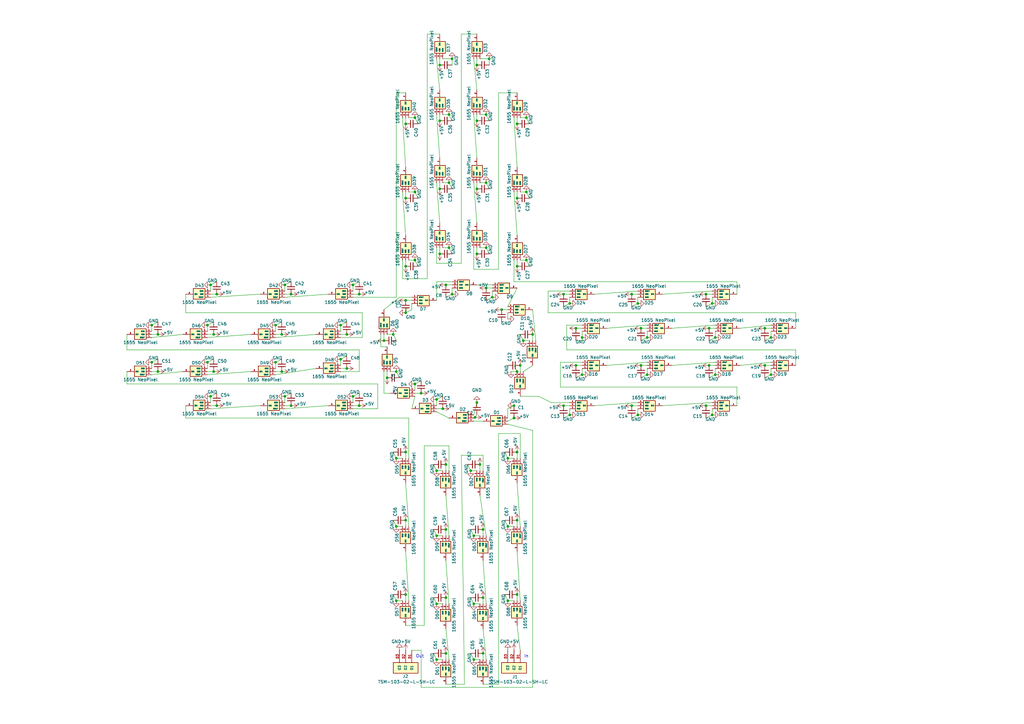
<source format=kicad_sch>
(kicad_sch (version 20250114) (generator "eeschema") (generator_version "9.0")
  (paper "A3")
  (text "In" (at 215.9 269.24 0) (effects (font (size 1.27 1.27))))
  (text "Out\n" (at 172.212 269.24 0) (effects (font (size 1.27 1.27))))
  (junction (at 157.48 139.7))
  (junction (at 213.36 149.86))
  (junction (at 199.39 74.93))
  (junction (at 182.88 217.17))
  (junction (at 231.14 120.65))
  (junction (at 195.58 165.1))
  (junction (at 182.88 267.97))
  (junction (at 139.7 133.35))
  (junction (at 212.09 152.4))
  (junction (at 194.31 219.71))
  (junction (at 113.03 133.35))
  (junction (at 179.07 247.65))
  (junction (at 316.23 153.67))
  (junction (at 265.43 153.67))
  (junction (at 193.04 193.04))
  (junction (at 262.89 134.62))
  (junction (at 214.63 139.7))
  (junction (at 170.18 106.68))
  (junction (at 212.09 213.36))
  (junction (at 261.62 170.18))
  (junction (at 292.1 124.46))
  (junction (at 194.31 247.65))
  (junction (at 166.37 109.22))
  (junction (at 115.57 137.16))
  (junction (at 184.15 46.99))
  (junction (at 205.74 127))
  (junction (at 166.37 243.84))
  (junction (at 62.23 148.59))
  (junction (at 86.36 162.56))
  (junction (at 199.39 118.11))
  (junction (at 289.56 120.65))
  (junction (at 196.85 190.5))
  (junction (at 261.62 124.46))
  (junction (at 195.58 49.53))
  (junction (at 198.12 267.97))
  (junction (at 215.9 78.74))
  (junction (at 259.08 166.37))
  (junction (at 87.63 137.16))
  (junction (at 162.56 215.9))
  (junction (at 316.23 138.43))
  (junction (at 88.9 166.37))
  (junction (at 115.57 152.4))
  (junction (at 289.56 166.37))
  (junction (at 166.37 185.42))
  (junction (at 238.76 153.67))
  (junction (at 180.34 26.67))
  (junction (at 208.28 246.38))
  (junction (at 166.37 81.28))
  (junction (at 87.63 152.4))
  (junction (at 158.75 154.94))
  (junction (at 210.82 166.37))
  (junction (at 180.34 49.53))
  (junction (at 184.15 101.6))
  (junction (at 212.09 185.42))
  (junction (at 64.77 137.16))
  (junction (at 194.818 171.196))
  (junction (at 170.18 157.48))
  (junction (at 142.24 151.13))
  (junction (at 179.07 193.04))
  (junction (at 181.61 167.64))
  (junction (at 195.58 104.14))
  (junction (at 290.83 149.86))
  (junction (at 166.37 123.19))
  (junction (at 265.43 138.43))
  (junction (at 198.12 245.11))
  (junction (at 113.03 148.59))
  (junction (at 212.09 81.28))
  (junction (at 119.38 120.65))
  (junction (at 139.7 147.32))
  (junction (at 212.09 109.22))
  (junction (at 180.34 104.14))
  (junction (at 147.32 166.37))
  (junction (at 208.28 215.9))
  (junction (at 161.29 137.16))
  (junction (at 182.88 116.84))
  (junction (at 180.34 77.47))
  (junction (at 88.9 120.65))
  (junction (at 144.78 162.56))
  (junction (at 185.42 24.13))
  (junction (at 166.37 128.27))
  (junction (at 195.58 77.47))
  (junction (at 212.09 243.84))
  (junction (at 233.68 170.18))
  (junction (at 85.09 148.59))
  (junction (at 64.77 152.4))
  (junction (at 179.07 270.51))
  (junction (at 179.07 219.71))
  (junction (at 172.72 161.29))
  (junction (at 85.09 133.35))
  (junction (at 293.37 153.67))
  (junction (at 119.38 166.37))
  (junction (at 142.24 137.16))
  (junction (at 212.09 50.8))
  (junction (at 199.39 101.6))
  (junction (at 116.84 162.56))
  (junction (at 292.1 170.18))
  (junction (at 170.18 78.74))
  (junction (at 166.37 50.8))
  (junction (at 162.56 246.38))
  (junction (at 182.88 190.5))
  (junction (at 179.07 163.83))
  (junction (at 198.12 217.17))
  (junction (at 313.69 149.86))
  (junction (at 262.89 149.86))
  (junction (at 116.84 116.84))
  (junction (at 208.28 187.96))
  (junction (at 236.22 134.62))
  (junction (at 238.76 138.43))
  (junction (at 200.66 24.13))
  (junction (at 215.9 48.26))
  (junction (at 182.88 245.11))
  (junction (at 184.15 74.93))
  (junction (at 293.37 138.43))
  (junction (at 199.39 46.99))
  (junction (at 259.08 120.65))
  (junction (at 86.36 116.84))
  (junction (at 231.14 166.37))
  (junction (at 170.18 48.26))
  (junction (at 215.9 106.68))
  (junction (at 201.93 121.92))
  (junction (at 166.37 213.36))
  (junction (at 144.78 116.84))
  (junction (at 236.22 149.86))
  (junction (at 210.82 171.45))
  (junction (at 185.42 120.65))
  (junction (at 62.23 133.35))
  (junction (at 233.68 124.46))
  (junction (at 290.83 134.62))
  (junction (at 195.58 26.67))
  (junction (at 162.56 152.4))
  (junction (at 162.56 187.96))
  (junction (at 313.69 134.62))
  (junction (at 218.44 137.16))
  (junction (at 194.31 270.51))
  (junction (at 147.32 120.65))
  (wire (pts (xy 195.58 46.99) (xy 195.58 49.53)))
  (wire (pts (xy 85.09 148.59) (xy 87.63 147.32)))
  (wire (pts (xy 215.9 78.74) (xy 217.17 81.28)))
  (wire (pts (xy 208.28 215.9) (xy 207.01 213.36)))
  (wire (pts (xy 265.43 138.43) (xy 262.89 139.7)))
  (wire (pts (xy 184.15 193.04) (xy 184.15 182.88)))
  (wire (pts (xy 172.72 266.7) (xy 168.91 266.7)))
  (wire (pts (xy 212.09 78.74) (xy 212.09 81.28)))
  (wire (pts (xy 189.23 186.69) (xy 190.5 280.67)))
  (wire (pts (xy 139.7 152.4) (xy 147.32 152.4)))
  (wire (pts (xy 170.18 162.56) (xy 168.91 167.64)))
  (wire (pts (xy 165.1 106.68) (xy 165.1 114.3)))
  (wire (pts (xy 147.32 143.51) (xy 52.07 143.51)))
  (wire (pts (xy 194.31 270.51) (xy 193.04 267.97)))
  (wire (pts (xy 210.82 215.9) (xy 208.28 215.9)))
  (wire (pts (xy 293.37 153.67) (xy 290.83 154.94)))
  (wire (pts (xy 167.64 171.45) (xy 76.2 171.45)))
  (wire (pts (xy 196.85 247.65) (xy 194.31 247.65)))
  (wire (pts (xy 179.07 115.57) (xy 185.42 115.57)))
  (wire (pts (xy 113.03 135.89) (xy 113.03 133.35)))
  (wire (pts (xy 196.85 74.93) (xy 199.39 74.93)))
  (wire (pts (xy 62.23 152.4) (xy 64.77 152.4)))
  (wire (pts (xy 224.79 128.27) (xy 326.39 128.27)))
  (wire (pts (xy 208.28 125.73) (xy 212.09 118.11)))
  (wire (pts (xy 261.62 124.46) (xy 259.08 125.73)))
  (wire (pts (xy 116.84 162.56) (xy 119.38 161.29)))
  (wire (pts (xy 199.39 74.93) (xy 200.66 77.47)))
  (wire (pts (xy 198.12 193.04) (xy 198.12 186.69)))
  (wire (pts (xy 166.37 215.9) (xy 166.37 213.36)))
  (wire (pts (xy 261.62 167.64) (xy 261.62 170.18)))
  (wire (pts (xy 213.36 177.8) (xy 204.47 177.8)))
  (wire (pts (xy 148.59 128.27) (xy 76.2 128.27)))
  (wire (pts (xy 182.88 247.65) (xy 182.88 245.11)))
  (wire (pts (xy 195.58 170.18) (xy 194.818 171.196)))
  (wire (pts (xy 144.78 167.64) (xy 154.94 167.64)))
  (wire (pts (xy 172.72 156.21) (xy 170.18 157.48)))
  (wire (pts (xy 199.39 247.65) (xy 198.12 229.87)))
  (wire (pts (xy 162.56 215.9) (xy 161.29 213.36)))
  (wire (pts (xy 154.94 167.64) (xy 154.94 157.48)))
  (wire (pts (xy 236.22 134.62) (xy 236.22 135.89)))
  (wire (pts (xy 62.23 138.43) (xy 74.93 137.16)))
  (wire (pts (xy 238.76 139.7) (xy 236.22 139.7)))
  (wire (pts (xy 175.26 114.3) (xy 175.26 13.97)))
  (wire (pts (xy 86.36 165.1) (xy 86.36 162.56)))
  (wire (pts (xy 212.09 152.4) (xy 209.55 152.4)))
  (wire (pts (xy 139.7 137.16) (xy 142.24 137.16)))
  (wire (pts (xy 208.28 128.27) (xy 208.28 130.81)))
  (wire (pts (xy 166.37 78.74) (xy 166.37 81.28)))
  (wire (pts (xy 86.36 116.84) (xy 88.9 115.57)))
  (wire (pts (xy 196.85 219.71) (xy 194.31 219.71)))
  (wire (pts (xy 62.23 153.67) (xy 74.93 152.4)))
  (wire (pts (xy 224.79 119.38) (xy 224.79 128.27)))
  (wire (pts (xy 179.07 270.51) (xy 177.8 267.97)))
  (wire (pts (xy 195.58 101.6) (xy 195.58 104.14)))
  (wire (pts (xy 113.03 137.16) (xy 115.57 137.16)))
  (wire (pts (xy 116.84 167.64) (xy 134.62 166.37)))
  (wire (pts (xy 154.94 157.48) (xy 52.07 157.48)))
  (wire (pts (xy 62.23 148.59) (xy 64.77 147.32)))
  (wire (pts (xy 232.41 133.35) (xy 232.41 143.51)))
  (wire (pts (xy 179.07 166.37) (xy 179.07 163.83)))
  (wire (pts (xy 170.18 78.74) (xy 171.45 81.28)))
  (wire (pts (xy 181.61 74.93) (xy 184.15 74.93)))
  (wire (pts (xy 293.37 149.86) (xy 290.83 149.86)))
  (wire (pts (xy 144.78 165.1) (xy 144.78 162.56)))
  (wire (pts (xy 147.32 152.4) (xy 147.32 143.51)))
  (wire (pts (xy 85.09 138.43) (xy 102.87 137.16)))
  (wire (pts (xy 213.36 215.9) (xy 212.09 198.12)))
  (wire (pts (xy 113.03 151.13) (xy 113.03 148.59)))
  (wire (pts (xy 144.78 120.65) (xy 147.32 120.65)))
  (wire (pts (xy 238.76 134.62) (xy 236.22 134.62)))
  (wire (pts (xy 201.93 119.38) (xy 201.93 121.92)))
  (wire (pts (xy 182.88 193.04) (xy 182.88 190.5)))
  (wire (pts (xy 167.64 48.26) (xy 170.18 48.26)))
  (wire (pts (xy 292.1 167.64) (xy 292.1 170.18)))
  (wire (pts (xy 238.76 149.86) (xy 236.22 149.86)))
  (wire (pts (xy 208.28 187.96) (xy 207.01 185.42)))
  (wire (pts (xy 261.62 119.38) (xy 243.84 120.65)))
  (wire (pts (xy 293.37 148.59) (xy 275.59 149.86)))
  (wire (pts (xy 210.82 246.38) (xy 208.28 246.38)))
  (wire (pts (xy 208.28 127) (xy 205.74 127)))
  (wire (pts (xy 229.87 148.59) (xy 229.87 158.75)))
  (wire (pts (xy 213.36 246.38) (xy 212.09 226.06)))
  (wire (pts (xy 166.37 128.27) (xy 168.91 127)))
  (wire (pts (xy 85.09 133.35) (xy 87.63 132.08)))
  (wire (pts (xy 85.09 151.13) (xy 85.09 148.59)))
  (wire (pts (xy 195.58 74.93) (xy 195.58 77.47)))
  (wire (pts (xy 139.7 138.43) (xy 148.59 138.43)))
  (wire (pts (xy 85.09 137.16) (xy 87.63 137.16)))
  (wire (pts (xy 193.04 193.04) (xy 191.77 190.5)))
  (wire (pts (xy 168.91 123.19) (xy 166.37 123.19)))
  (wire (pts (xy 52.07 143.51) (xy 52.07 137.16)))
  (wire (pts (xy 165.1 215.9) (xy 162.56 215.9)))
  (wire (pts (xy 139.7 133.35) (xy 142.24 132.08)))
  (wire (pts (xy 233.68 120.65) (xy 231.14 120.65)))
  (wire (pts (xy 179.07 193.04) (xy 177.8 190.5)))
  (wire (pts (xy 168.91 121.92) (xy 163.83 121.92)))
  (wire (pts (xy 179.07 74.93) (xy 180.34 91.44)))
  (wire (pts (xy 238.76 148.59) (xy 229.87 148.59)))
  (wire (pts (xy 85.09 152.4) (xy 87.63 152.4)))
  (wire (pts (xy 184.15 270.51) (xy 182.88 257.81)))
  (wire (pts (xy 184.15 46.99) (xy 185.42 49.53)))
  (wire (pts (xy 204.47 177.8) (xy 204.47 280.67)))
  (wire (pts (xy 62.23 151.13) (xy 62.23 148.59)))
  (wire (pts (xy 185.42 120.65) (xy 182.88 121.92)))
  (wire (pts (xy 189.23 107.95) (xy 189.23 13.97)))
  (wire (pts (xy 86.36 119.38) (xy 86.36 116.84)))
  (wire (pts (xy 184.15 182.88) (xy 173.99 182.88)))
  (wire (pts (xy 198.12 219.71) (xy 198.12 217.17)))
  (wire (pts (xy 292.1 166.37) (xy 289.56 166.37)))
  (wire (pts (xy 139.7 135.89) (xy 139.7 133.35)))
  (wire (pts (xy 212.09 215.9) (xy 212.09 213.36)))
  (wire (pts (xy 198.12 270.51) (xy 198.12 267.97)))
  (wire (pts (xy 293.37 151.13) (xy 293.37 153.67)))
  (wire (pts (xy 204.47 38.1) (xy 212.09 38.1)))
  (wire (pts (xy 139.7 147.32) (xy 142.24 146.05)))
  (wire (pts (xy 210.82 115.57) (xy 302.26 115.57)))
  (wire (pts (xy 116.84 165.1) (xy 116.84 162.56)))
  (wire (pts (xy 210.82 187.96) (xy 208.28 187.96)))
  (wire (pts (xy 261.62 165.1) (xy 243.84 166.37)))
  (wire (pts (xy 194.31 101.6) (xy 194.31 110.49)))
  (wire (pts (xy 199.39 270.51) (xy 198.12 257.81)))
  (wire (pts (xy 316.23 149.86) (xy 313.69 149.86)))
  (wire (pts (xy 316.23 133.35) (xy 303.53 134.62)))
  (wire (pts (xy 201.93 121.92) (xy 199.39 123.19)))
  (wire (pts (xy 194.31 74.93) (xy 195.58 91.44)))
  (wire (pts (xy 218.44 139.7) (xy 218.44 137.16)))
  (wire (pts (xy 210.82 48.26) (xy 212.09 68.58)))
  (wire (pts (xy 233.68 166.37) (xy 231.14 166.37)))
  (wire (pts (xy 194.31 171.45) (xy 194.818 171.196)))
  (wire (pts (xy 184.15 101.6) (xy 185.42 104.14)))
  (wire (pts (xy 181.61 219.71) (xy 179.07 219.71)))
  (wire (pts (xy 167.64 187.96) (xy 167.64 171.45)))
  (wire (pts (xy 148.59 138.43) (xy 148.59 128.27)))
  (wire (pts (xy 214.63 139.7) (xy 213.36 137.16)))
  (wire (pts (xy 316.23 151.13) (xy 316.23 153.67)))
  (wire (pts (xy 198.12 186.69) (xy 189.23 186.69)))
  (wire (pts (xy 248.92 134.62) (xy 265.43 133.35)))
  (wire (pts (xy 166.37 106.68) (xy 166.37 109.22)))
  (wire (pts (xy 302.26 158.75) (xy 302.26 166.37)))
  (wire (pts (xy 195.58 193.04) (xy 193.04 193.04)))
  (wire (pts (xy 158.75 137.16) (xy 161.29 137.16)))
  (wire (pts (xy 62.23 135.89) (xy 62.23 133.35)))
  (wire (pts (xy 217.17 139.7) (xy 214.63 139.7)))
  (wire (pts (xy 179.07 24.13) (xy 180.34 36.83)))
  (wire (pts (xy 144.78 116.84) (xy 147.32 115.57)))
  (wire (pts (xy 213.36 78.74) (xy 215.9 78.74)))
  (wire (pts (xy 170.18 161.29) (xy 172.72 161.29)))
  (wire (pts (xy 113.03 153.67) (xy 129.54 151.13)))
  (wire (pts (xy 233.68 121.92) (xy 233.68 124.46)))
  (wire (pts (xy 213.36 187.96) (xy 213.36 177.8)))
  (wire (pts (xy 212.09 246.38) (xy 212.09 243.84)))
  (wire (pts (xy 144.78 166.37) (xy 147.32 166.37)))
  (wire (pts (xy 184.15 219.71) (xy 182.88 203.2)))
  (wire (pts (xy 238.76 138.43) (xy 238.76 139.7)))
  (wire (pts (xy 293.37 133.35) (xy 275.59 134.62)))
  (wire (pts (xy 292.1 120.65) (xy 289.56 120.65)))
  (wire (pts (xy 218.44 176.53) (xy 218.44 281.94)))
  (wire (pts (xy 180.34 74.93) (xy 180.34 77.47)))
  (wire (pts (xy 261.62 120.65) (xy 259.08 120.65)))
  (wire (pts (xy 180.34 24.13) (xy 180.34 26.67)))
  (wire (pts (xy 182.88 219.71) (xy 182.88 217.17)))
  (wire (pts (xy 182.88 270.51) (xy 182.88 267.97)))
  (wire (pts (xy 113.03 152.4) (xy 115.57 152.4)))
  (wire (pts (xy 162.56 38.1) (xy 166.37 38.1)))
  (wire (pts (xy 86.36 120.65) (xy 88.9 120.65)))
  (wire (pts (xy 184.15 74.93) (xy 185.42 77.47)))
  (wire (pts (xy 212.09 106.68) (xy 212.09 109.22)))
  (wire (pts (xy 194.31 219.71) (xy 193.04 217.17)))
  (wire (pts (xy 76.2 171.45) (xy 76.2 166.37)))
  (wire (pts (xy 167.64 106.68) (xy 170.18 106.68)))
  (wire (pts (xy 292.1 124.46) (xy 289.56 125.73)))
  (wire (pts (xy 208.28 171.45) (xy 208.28 167.64)))
  (wire (pts (xy 181.61 46.99) (xy 184.15 46.99)))
  (wire (pts (xy 144.78 119.38) (xy 144.78 116.84)))
  (wire (pts (xy 181.61 101.6) (xy 184.15 101.6)))
  (wire (pts (xy 62.23 137.16) (xy 64.77 137.16)))
  (wire (pts (xy 215.9 48.26) (xy 217.17 50.8)))
  (wire (pts (xy 162.56 187.96) (xy 161.29 185.42)))
  (wire (pts (xy 316.23 138.43) (xy 313.69 139.7)))
  (wire (pts (xy 85.09 153.67) (xy 102.87 152.4)))
  (wire (pts (xy 215.9 106.68) (xy 217.17 109.22)))
  (wire (pts (xy 172.72 266.7) (xy 172.72 281.94)))
  (wire (pts (xy 218.44 281.94) (xy 172.72 281.94)))
  (wire (pts (xy 261.62 166.37) (xy 259.08 166.37)))
  (wire (pts (xy 265.43 134.62) (xy 262.89 134.62)))
  (wire (pts (xy 196.85 270.51) (xy 194.31 270.51)))
  (wire (pts (xy 238.76 135.89) (xy 238.76 138.43)))
  (wire (pts (xy 144.78 121.92) (xy 162.56 121.92)))
  (wire (pts (xy 163.83 121.92) (xy 157.48 127)))
  (wire (pts (xy 62.23 133.35) (xy 64.77 132.08)))
  (wire (pts (xy 144.78 162.56) (xy 147.32 161.29)))
  (wire (pts (xy 166.37 128.27) (xy 167.005 126.365)))
  (wire (pts (xy 181.61 247.65) (xy 179.07 247.65)))
  (wire (pts (xy 233.68 124.46) (xy 231.14 125.73)))
  (wire (pts (xy 113.03 138.43) (xy 129.54 137.16)))
  (wire (pts (xy 185.42 116.84) (xy 182.88 116.84)))
  (wire (pts (xy 189.23 13.97) (xy 195.58 13.97)))
  (wire (pts (xy 194.31 247.65) (xy 193.04 245.11)))
  (wire (pts (xy 173.99 182.88) (xy 173.99 256.54)))
  (wire (pts (xy 162.56 246.38) (xy 161.29 243.84)))
  (wire (pts (xy 229.87 158.75) (xy 302.26 158.75)))
  (wire (pts (xy 181.61 193.04) (xy 179.07 193.04)))
  (wire (pts (xy 226.06 165.1) (xy 220.98 162.56)))
  (wire (pts (xy 157.48 161.29) (xy 160.02 161.29)))
  (wire (pts (xy 190.5 280.67) (xy 182.88 280.67)))
  (wire (pts (xy 265.43 153.67) (xy 262.89 154.94)))
  (wire (pts (xy 162.56 152.4) (xy 163.83 154.94)))
  (wire (pts (xy 179.07 107.95) (xy 189.23 107.95)))
  (wire (pts (xy 233.68 167.64) (xy 233.68 170.18)))
  (wire (pts (xy 265.43 148.59) (xy 248.92 149.86)))
  (wire (pts (xy 116.84 116.84) (xy 119.38 115.57)))
  (wire (pts (xy 165.1 246.38) (xy 162.56 246.38)))
  (wire (pts (xy 194.31 170.18) (xy 195.58 165.1)))
  (wire (pts (xy 214.63 152.4) (xy 218.44 149.86)))
  (wire (pts (xy 326.39 128.27) (xy 326.39 134.62)))
  (wire (pts (xy 157.48 139.7) (xy 157.48 137.16)))
  (wire (pts (xy 162.56 121.92) (xy 162.56 38.1)))
  (wire (pts (xy 167.64 246.38) (xy 166.37 226.06)))
  (wire (pts (xy 210.82 78.74) (xy 212.09 96.52)))
  (wire (pts (xy 194.31 110.49) (xy 204.47 110.49)))
  (wire (pts (xy 232.41 143.51) (xy 326.39 143.51)))
  (wire (pts (xy 113.03 148.59) (xy 115.57 147.32)))
  (wire (pts (xy 238.76 151.13) (xy 238.76 153.67)))
  (wire (pts (xy 265.43 151.13) (xy 265.43 153.67)))
  (wire (pts (xy 116.84 119.38) (xy 116.84 116.84)))
  (wire (pts (xy 179.07 46.99) (xy 180.34 64.77)))
  (wire (pts (xy 113.03 133.35) (xy 115.57 132.08)))
  (wire (pts (xy 292.1 119.38) (xy 271.78 120.65)))
  (wire (pts (xy 233.68 165.1) (xy 226.06 165.1)))
  (wire (pts (xy 179.07 167.64) (xy 181.61 167.64)))
  (wire (pts (xy 86.36 167.64) (xy 106.68 166.37)))
  (wire (pts (xy 185.42 118.11) (xy 185.42 120.65)))
  (wire (pts (xy 212.09 187.96) (xy 212.09 185.42)))
  (wire (pts (xy 156.21 142.24) (xy 158.75 142.24)))
  (wire (pts (xy 293.37 135.89) (xy 293.37 138.43)))
  (wire (pts (xy 292.1 121.92) (xy 292.1 124.46)))
  (wire (pts (xy 158.75 152.4) (xy 158.75 154.94)))
  (wire (pts (xy 116.84 166.37) (xy 119.38 166.37)))
  (wire (pts (xy 201.93 116.84) (xy 195.58 116.84)))
  (wire (pts (xy 161.29 137.16) (xy 162.56 139.7)))
  (wire (pts (xy 85.09 135.89) (xy 85.09 133.35)))
  (wire (pts (xy 116.84 121.92) (xy 134.62 120.65)))
  (wire (pts (xy 181.61 24.13) (xy 185.42 24.13)))
  (wire (pts (xy 160.02 152.4) (xy 162.56 152.4)))
  (wire (pts (xy 204.47 280.67) (xy 198.12 280.67)))
  (wire (pts (xy 179.07 168.91) (xy 184.15 171.45)))
  (wire (pts (xy 170.18 160.02) (xy 170.18 157.48)))
  (wire (pts (xy 213.36 266.7) (xy 212.09 256.54)))
  (wire (pts (xy 233.68 170.18) (xy 231.14 171.45)))
  (wire (pts (xy 157.48 152.4) (xy 157.48 161.29)))
  (wire (pts (xy 196.85 46.99) (xy 199.39 46.99)))
  (wire (pts (xy 165.1 114.3) (xy 175.26 114.3)))
  (wire (pts (xy 261.62 121.92) (xy 261.62 124.46)))
  (wire (pts (xy 179.07 247.65) (xy 177.8 245.11)))
  (wire (pts (xy 86.36 162.56) (xy 88.9 161.29)))
  (wire (pts (xy 316.23 135.89) (xy 316.23 138.43)))
  (wire (pts (xy 292.1 170.18) (xy 289.56 171.45)))
  (wire (pts (xy 238.76 133.35) (xy 232.41 133.35)))
  (wire (pts (xy 167.64 215.9) (xy 166.37 198.12)))
  (wire (pts (xy 219.71 139.7) (xy 218.44 127)))
  (wire (pts (xy 167.64 78.74) (xy 170.18 78.74)))
  (wire (pts (xy 213.36 152.4) (xy 213.36 149.86)))
  (wire (pts (xy 199.39 219.71) (xy 196.85 203.2)))
  (wire (pts (xy 194.31 24.13) (xy 195.58 36.83)))
  (wire (pts (xy 52.07 157.48) (xy 52.07 152.4)))
  (wire (pts (xy 180.34 46.99) (xy 180.34 49.53)))
  (wire (pts (xy 86.36 121.92) (xy 106.68 120.65)))
  (wire (pts (xy 180.34 101.6) (xy 180.34 104.14)))
  (wire (pts (xy 196.85 193.04) (xy 196.85 190.5)))
  (wire (pts (xy 210.82 106.68) (xy 210.82 115.57)))
  (wire (pts (xy 165.1 187.96) (xy 162.56 187.96)))
  (wire (pts (xy 233.68 119.38) (xy 224.79 119.38)))
  (wire (pts (xy 261.62 170.18) (xy 259.08 171.45)))
  (wire (pts (xy 181.61 270.51) (xy 179.07 270.51)))
  (wire (pts (xy 170.18 48.26) (xy 171.45 50.8)))
  (wire (pts (xy 213.36 48.26) (xy 215.9 48.26)))
  (wire (pts (xy 265.43 135.89) (xy 265.43 138.43)))
  (wire (pts (xy 173.99 256.54) (xy 166.37 256.54)))
  (wire (pts (xy 166.37 187.96) (xy 166.37 185.42)))
  (wire (pts (xy 212.09 48.26) (xy 212.09 50.8)))
  (wire (pts (xy 156.21 137.16) (xy 156.21 142.24)))
  (wire (pts (xy 195.58 24.13) (xy 195.58 26.67)))
  (wire (pts (xy 179.07 101.6) (xy 179.07 107.95)))
  (wire (pts (xy 292.1 165.1) (xy 271.78 166.37)))
  (wire (pts (xy 198.12 247.65) (xy 198.12 245.11)))
  (wire (pts (xy 139.7 149.86) (xy 139.7 147.32)))
  (wire (pts (xy 165.1 78.74) (xy 166.37 96.52)))
  (wire (pts (xy 175.26 13.97) (xy 180.34 13.97)))
  (wire (pts (xy 199.39 101.6) (xy 200.66 104.14)))
  (wire (pts (xy 199.39 46.99) (xy 200.66 49.53)))
  (wire (pts (xy 200.66 24.13) (xy 200.66 26.67)))
  (wire (pts (xy 76.2 128.27) (xy 76.2 120.65)))
  (wire (pts (xy 316.23 134.62) (xy 313.69 134.62)))
  (wire (pts (xy 293.37 134.62) (xy 290.83 134.62)))
  (wire (pts (xy 210.82 149.86) (xy 212.09 152.4)))
  (wire (pts (xy 326.39 143.51) (xy 326.39 149.86)))
  (wire (pts (xy 165.1 48.26) (xy 166.37 68.58)))
  (wire (pts (xy 196.85 24.13) (xy 200.66 24.13)))
  (wire (pts (xy 213.36 106.68) (xy 215.9 106.68)))
  (wire (pts (xy 208.28 172.72) (xy 210.82 171.45)))
  (wire (pts (xy 208.28 173.99) (xy 218.44 176.53)))
  (wire (pts (xy 166.37 246.38) (xy 166.37 243.84)))
  (wire (pts (xy 196.85 101.6) (xy 199.39 101.6)))
  (wire (pts (xy 238.76 153.67) (xy 236.22 154.94)))
  (wire (pts (xy 316.23 148.59) (xy 303.53 149.86)))
  (wire (pts (xy 179.07 163.83) (xy 181.61 162.56)))
  (wire (pts (xy 208.28 246.38) (xy 207.01 243.84)))
  (wire (pts (xy 86.36 166.37) (xy 88.9 166.37)))
  (wire (pts (xy 265.43 149.86) (xy 262.89 149.86)))
  (wire (pts (xy 166.37 48.26) (xy 166.37 50.8)))
  (wire (pts (xy 316.23 153.67) (xy 313.69 154.94)))
  (wire (pts (xy 204.47 110.49) (xy 204.47 38.1)))
  (wire (pts (xy 198.12 172.72) (xy 194.31 172.72)))
  (wire (pts (xy 194.31 46.99) (xy 195.58 64.77)))
  (wire (pts (xy 293.37 138.43) (xy 290.83 139.7)))
  (wire (pts (xy 179.07 219.71) (xy 177.8 217.17)))
  (wire (pts (xy 116.84 120.65) (xy 119.38 120.65)))
  (wire (pts (xy 170.18 106.68) (xy 171.45 109.22)))
  (wire (pts (xy 208.28 167.64) (xy 210.82 166.37)))
  (wire (pts (xy 184.15 247.65) (xy 182.88 229.87)))
  (wire (pts (xy 201.93 118.11) (xy 199.39 118.11)))
  (wire (pts (xy 139.7 151.13) (xy 142.24 151.13)))
  (wire (pts (xy 168.91 124.46) (xy 168.91 127)))
  (wire (pts (xy 220.98 162.56) (xy 213.36 162.56)))
  (wire (pts (xy 185.42 24.13) (xy 185.42 26.67)))
  (wire (pts (xy 302.26 115.57) (xy 302.26 120.65)))
  (wire (pts (xy 179.07 115.57) (xy 179.07 123.19)))
  (symbol (lib_id "Device:C_Small") (at 181.61 165.1 0) (unit 1)
    (property "Reference" "C3" (at 184.658 163.322 0) (effects (justify right)))
    (property "Value" "C_Small" (effects (hide yes)))
    (property "Footprint" "CustomParts:CAPC220145_88N_KEM" (effects (hide yes)))
    (property "Description" "Unpolarized capacitor, small symbol" (effects (hide yes)))
  )
  (symbol (lib_id "CustomParts:1655") (at 266.7 156.21 180) (unit 1)
    (property "Reference" "D17" (at 270.002 153.416 0))
    (property "Value" "1655 NeoPixel" (at 270.002 146.558 0))
    (property "Footprint" "CustomParts:LED_1655" (effects (hide yes)))
    (property "Description" "https://cdn-shop.adafruit.com/product-files/1655/SKC6812RV__12VOP0274E_REV.A1_EN%2812%29.pdf" (effects (hide yes)))
    (property "PARTREV" "01" (effects (hide yes)))
    (property "MANUFACTURER" "Adafruit Industries" (effects (hide yes)))
    (property "MAXIMUM_PACKAGE_HEIGHT" "1.6 mm" (effects (hide yes)))
    (property "STANDARD" "Manufacturer recommendations" (effects (hide yes)))
  )
  (symbol (lib_id "power:+5V") (at 313.69 149.86 90) (unit 1)
    (property "Reference" "#PWR030" (effects (hide yes)))
    (property "Value" "+5V" (at 311.658 150.622 90) (effects (justify left)))
    (property "Description" "Power symbol creates a global label with name \"+5V\"" (effects (hide yes)))
  )
  (symbol (lib_id "Device:C_Small") (at 160.02 139.7 90) (unit 1)
    (property "Reference" "C6" (at 161.798 141.986 0) (effects (justify left)))
    (property "Value" "C_Small" (effects (hide yes)))
    (property "Footprint" "CustomParts:CAPC220145_88N_KEM" (effects (hide yes)))
    (property "Description" "Unpolarized capacitor, small symbol" (effects (hide yes)))
  )
  (symbol (lib_id "power:+5V") (at 142.24 137.16 270) (unit 1)
    (property "Reference" "#PWR078" (effects (hide yes)))
    (property "Value" "+5V" (at 144.272 136.398 90) (effects (justify left)))
    (property "Description" "Power symbol creates a global label with name \"+5V\"" (effects (hide yes)))
  )
  (symbol (lib_id "Device:C_Small") (at 172.72 158.75 180) (unit 1)
    (property "Reference" "C4" (at 174.244 156.972 0) (effects (justify right)))
    (property "Value" "C_Small" (effects (hide yes)))
    (property "Footprint" "CustomParts:CAPC220145_88N_KEM" (effects (hide yes)))
    (property "Description" "Unpolarized capacitor, small symbol" (effects (hide yes)))
  )
  (symbol (lib_id "power:GND") (at 199.39 46.99 180) (unit 1)
    (property "Reference" "#PWR068" (effects (hide yes)))
    (property "Value" "GND" (at 201.168 49.784 90) (effects (justify right)))
    (property "Description" "Power symbol creates a global label with name \"GND\" , ground" (effects (hide yes)))
  )
  (symbol (lib_id "power:GND") (at 194.31 247.65 0) (unit 1)
    (property "Reference" "#PWR0127" (effects (hide yes)))
    (property "Value" "GND" (at 192.532 244.856 90) (effects (justify right)))
    (property "Description" "Power symbol creates a global label with name \"GND\" , ground" (effects (hide yes)))
  )
  (symbol (lib_id "Device:C_Small") (at 163.83 243.84 270) (unit 1)
    (property "Reference" "C57" (at 162.052 242.316 0) (effects (justify right)))
    (property "Value" "C_Small" (effects (hide yes)))
    (property "Footprint" "CustomParts:CAPC220145_88N_KEM" (effects (hide yes)))
    (property "Description" "Unpolarized capacitor, small symbol" (effects (hide yes)))
  )
  (symbol (lib_id "power:GND") (at 162.56 215.9 0) (unit 1)
    (property "Reference" "#PWR0116" (effects (hide yes)))
    (property "Value" "GND" (at 160.782 213.106 90) (effects (justify right)))
    (property "Description" "Power symbol creates a global label with name \"GND\" , ground" (effects (hide yes)))
  )
  (symbol (lib_id "power:GND") (at 316.23 153.67 90) (unit 1)
    (property "Reference" "#PWR029" (effects (hide yes)))
    (property "Value" "GND" (at 313.436 155.448 90) (effects (justify right)))
    (property "Description" "Power symbol creates a global label with name \"GND\" , ground" (effects (hide yes)))
  )
  (symbol (lib_id "Device:C_Small") (at 180.34 245.11 270) (unit 1)
    (property "Reference" "C60" (at 178.562 243.586 0) (effects (justify right)))
    (property "Value" "C_Small" (effects (hide yes)))
    (property "Footprint" "CustomParts:CAPC220145_88N_KEM" (effects (hide yes)))
    (property "Description" "Unpolarized capacitor, small symbol" (effects (hide yes)))
  )
  (symbol (lib_id "power:+5V") (at 195.58 49.53 180) (unit 1)
    (property "Reference" "#PWR064" (effects (hide yes)))
    (property "Value" "+5V" (at 196.342 51.562 90) (effects (justify left)))
    (property "Description" "Power symbol creates a global label with name \"+5V\"" (effects (hide yes)))
  )
  (symbol (lib_id "Device:C_Small") (at 290.83 137.16 0) (unit 1)
    (property "Reference" "C22" (at 289.306 138.938 0) (effects (justify right)))
    (property "Value" "C_Small" (effects (hide yes)))
    (property "Footprint" "CustomParts:CAPC220145_88N_KEM" (effects (hide yes)))
    (property "Description" "Unpolarized capacitor, small symbol" (effects (hide yes)))
  )
  (symbol (lib_id "Device:C_Small") (at 119.38 163.83 180) (unit 1)
    (property "Reference" "C53" (at 120.904 162.052 0) (effects (justify right)))
    (property "Value" "C_Small" (effects (hide yes)))
    (property "Footprint" "CustomParts:CAPC220145_88N_KEM" (effects (hide yes)))
    (property "Description" "Unpolarized capacitor, small symbol" (effects (hide yes)))
  )
  (symbol (lib_id "power:GND") (at 193.04 193.04 0) (unit 1)
    (property "Reference" "#PWR0111" (effects (hide yes)))
    (property "Value" "GND" (at 191.262 190.246 90) (effects (justify right)))
    (property "Description" "Power symbol creates a global label with name \"GND\" , ground" (effects (hide yes)))
  )
  (symbol (lib_id "power:+5V") (at 119.38 120.65 270) (unit 1)
    (property "Reference" "#PWR082" (effects (hide yes)))
    (property "Value" "+5V" (at 121.412 119.888 90) (effects (justify left)))
    (property "Description" "Power symbol creates a global label with name \"+5V\"" (effects (hide yes)))
  )
  (symbol (lib_id "CustomParts:1655") (at 160.02 247.65 90) (unit 1)
    (property "Reference" "D57" (at 162.814 250.952 0))
    (property "Value" "1655 NeoPixel" (at 169.672 250.952 0))
    (property "Footprint" "CustomParts:LED_1655" (effects (hide yes)))
    (property "Description" "https://cdn-shop.adafruit.com/product-files/1655/SKC6812RV__12VOP0274E_REV.A1_EN%2812%29.pdf" (effects (hide yes)))
    (property "PARTREV" "01" (effects (hide yes)))
    (property "MANUFACTURER" "Adafruit Industries" (effects (hide yes)))
    (property "MAXIMUM_PACKAGE_HEIGHT" "1.6 mm" (effects (hide yes)))
    (property "STANDARD" "Manufacturer recommendations" (effects (hide yes)))
  )
  (symbol (lib_id "CustomParts:1655") (at 207.01 166.37 0) (unit 1)
    (property "Reference" "D1" (at 203.708 169.164 0))
    (property "Value" "1655 NeoPixel" (effects (hide yes)))
    (property "Footprint" "CustomParts:LED_1655" (effects (hide yes)))
    (property "Description" "https://cdn-shop.adafruit.com/product-files/1655/SKC6812RV__12VOP0274E_REV.A1_EN%2812%29.pdf" (effects (hide yes)))
    (property "PARTREV" "01" (effects (hide yes)))
    (property "MANUFACTURER" "Adafruit Industries" (effects (hide yes)))
    (property "MAXIMUM_PACKAGE_HEIGHT" "1.6 mm" (effects (hide yes)))
    (property "STANDARD" "Manufacturer recommendations" (effects (hide yes)))
  )
  (symbol (lib_id "CustomParts:1655") (at 176.53 194.31 90) (unit 1)
    (property "Reference" "D58" (at 179.324 197.612 0))
    (property "Value" "1655 NeoPixel" (at 186.182 197.612 0))
    (property "Footprint" "CustomParts:LED_1655" (effects (hide yes)))
    (property "Description" "https://cdn-shop.adafruit.com/product-files/1655/SKC6812RV__12VOP0274E_REV.A1_EN%2812%29.pdf" (effects (hide yes)))
    (property "PARTREV" "01" (effects (hide yes)))
    (property "MANUFACTURER" "Adafruit Industries" (effects (hide yes)))
    (property "MAXIMUM_PACKAGE_HEIGHT" "1.6 mm" (effects (hide yes)))
    (property "STANDARD" "Manufacturer recommendations" (effects (hide yes)))
  )
  (symbol (lib_id "CustomParts:1655") (at 186.69 73.66 270) (unit 1)
    (property "Reference" "D35" (at 183.896 70.358 0))
    (property "Value" "1655 NeoPixel" (at 177.038 70.358 0))
    (property "Footprint" "CustomParts:LED_1655" (effects (hide yes)))
    (property "Description" "https://cdn-shop.adafruit.com/product-files/1655/SKC6812RV__12VOP0274E_REV.A1_EN%2812%29.pdf" (effects (hide yes)))
    (property "PARTREV" "01" (effects (hide yes)))
    (property "MANUFACTURER" "Adafruit Industries" (effects (hide yes)))
    (property "MAXIMUM_PACKAGE_HEIGHT" "1.6 mm" (effects (hide yes)))
    (property "STANDARD" "Manufacturer recommendations" (effects (hide yes)))
  )
  (symbol (lib_id "CustomParts:1655") (at 201.93 22.86 270) (unit 1)
    (property "Reference" "D33" (at 199.136 19.558 0))
    (property "Value" "1655 NeoPixel" (at 192.278 19.558 0))
    (property "Footprint" "CustomParts:LED_1655" (effects (hide yes)))
    (property "Description" "https://cdn-shop.adafruit.com/product-files/1655/SKC6812RV__12VOP0274E_REV.A1_EN%2812%29.pdf" (effects (hide yes)))
    (property "PARTREV" "01" (effects (hide yes)))
    (property "MANUFACTURER" "Adafruit Industries" (effects (hide yes)))
    (property "MAXIMUM_PACKAGE_HEIGHT" "1.6 mm" (effects (hide yes)))
    (property "STANDARD" "Manufacturer recommendations" (effects (hide yes)))
  )
  (symbol (lib_id "power:GND") (at 195.58 165.1 180) (unit 1)
    (property "Reference" "#PWR03" (effects (hide yes)))
    (property "Value" "GND" (at 195.58 160.02 0))
    (property "Description" "Power symbol creates a global label with name \"GND\" , ground" (effects (hide yes)))
  )
  (symbol (lib_id "power:GND") (at 194.31 219.71 0) (unit 1)
    (property "Reference" "#PWR0119" (effects (hide yes)))
    (property "Value" "GND" (at 192.532 216.916 90) (effects (justify right)))
    (property "Description" "Power symbol creates a global label with name \"GND\" , ground" (effects (hide yes)))
  )
  (symbol (lib_id "Device:C_Small") (at 195.58 245.11 270) (unit 1)
    (property "Reference" "C64" (at 193.802 243.586 0) (effects (justify right)))
    (property "Value" "C_Small" (effects (hide yes)))
    (property "Footprint" "CustomParts:CAPC220145_88N_KEM" (effects (hide yes)))
    (property "Description" "Unpolarized capacitor, small symbol" (effects (hide yes)))
  )
  (symbol (lib_id "Device:C_Small") (at 166.37 125.73 0) (unit 1)
    (property "Reference" "C7" (at 164.846 125.476 0) (effects (justify right)))
    (property "Value" "C_Small" (effects (hide yes)))
    (property "Footprint" "CustomParts:CAPC220145_88N_KEM" (effects (hide yes)))
    (property "Description" "Unpolarized capacitor, small symbol" (effects (hide yes)))
  )
  (symbol (lib_id "Device:C_Small") (at 231.14 168.91 0) (unit 1)
    (property "Reference" "C13" (at 229.616 170.688 0) (effects (justify right)))
    (property "Value" "C_Small" (effects (hide yes)))
    (property "Footprint" "CustomParts:CAPC220145_88N_KEM" (effects (hide yes)))
    (property "Description" "Unpolarized capacitor, small symbol" (effects (hide yes)))
  )
  (symbol (lib_id "power:GND") (at 144.78 162.56 270) (unit 1)
    (property "Reference" "#PWR075" (effects (hide yes)))
    (property "Value" "GND" (at 147.574 160.782 90) (effects (justify right)))
    (property "Description" "Power symbol creates a global label with name \"GND\" , ground" (effects (hide yes)))
  )
  (symbol (lib_id "CustomParts:1655") (at 234.95 127 180) (unit 1)
    (property "Reference" "D24" (at 238.252 124.206 0))
    (property "Value" "1655 NeoPixel" (at 238.252 117.348 0))
    (property "Footprint" "CustomParts:LED_1655" (effects (hide yes)))
    (property "Description" "https://cdn-shop.adafruit.com/product-files/1655/SKC6812RV__12VOP0274E_REV.A1_EN%2812%29.pdf" (effects (hide yes)))
    (property "PARTREV" "01" (effects (hide yes)))
    (property "MANUFACTURER" "Adafruit Industries" (effects (hide yes)))
    (property "MAXIMUM_PACKAGE_HEIGHT" "1.6 mm" (effects (hide yes)))
    (property "STANDARD" "Manufacturer recommendations" (effects (hide yes)))
  )
  (symbol (lib_id "CustomParts:1655") (at 218.44 46.99 270) (unit 1)
    (property "Reference" "D29" (at 215.646 43.688 0))
    (property "Value" "1655 NeoPixel" (at 208.788 43.688 0))
    (property "Footprint" "CustomParts:LED_1655" (effects (hide yes)))
    (property "Description" "https://cdn-shop.adafruit.com/product-files/1655/SKC6812RV__12VOP0274E_REV.A1_EN%2812%29.pdf" (effects (hide yes)))
    (property "PARTREV" "01" (effects (hide yes)))
    (property "MANUFACTURER" "Adafruit Industries" (effects (hide yes)))
    (property "MAXIMUM_PACKAGE_HEIGHT" "1.6 mm" (effects (hide yes)))
    (property "STANDARD" "Manufacturer recommendations" (effects (hide yes)))
  )
  (symbol (lib_id "CustomParts:1655") (at 138.43 144.78 0) (unit 1)
    (property "Reference" "D48" (at 135.128 147.574 0))
    (property "Value" "1655 NeoPixel" (at 135.128 154.432 0))
    (property "Footprint" "CustomParts:LED_1655" (effects (hide yes)))
    (property "Description" "https://cdn-shop.adafruit.com/product-files/1655/SKC6812RV__12VOP0274E_REV.A1_EN%2812%29.pdf" (effects (hide yes)))
    (property "PARTREV" "01" (effects (hide yes)))
    (property "MANUFACTURER" "Adafruit Industries" (effects (hide yes)))
    (property "MAXIMUM_PACKAGE_HEIGHT" "1.6 mm" (effects (hide yes)))
    (property "STANDARD" "Manufacturer recommendations" (effects (hide yes)))
  )
  (symbol (lib_id "power:GND") (at 162.56 187.96 0) (unit 1)
    (property "Reference" "#PWR0108" (effects (hide yes)))
    (property "Value" "GND" (at 160.782 185.166 90) (effects (justify right)))
    (property "Description" "Power symbol creates a global label with name \"GND\" , ground" (effects (hide yes)))
  )
  (symbol (lib_id "power:GND") (at 261.62 124.46 90) (unit 1)
    (property "Reference" "#PWR041" (effects (hide yes)))
    (property "Value" "GND" (at 258.826 126.238 90) (effects (justify right)))
    (property "Description" "Power symbol creates a global label with name \"GND\" , ground" (effects (hide yes)))
  )
  (symbol (lib_id "CustomParts:1655") (at 193.04 165.1 0) (unit 1)
    (property "Reference" "D2" (at 189.738 167.894 0))
    (property "Value" "1655 NeoPixel" (effects (hide yes)))
    (property "Footprint" "CustomParts:LED_1655" (effects (hide yes)))
    (property "Description" "https://cdn-shop.adafruit.com/product-files/1655/SKC6812RV__12VOP0274E_REV.A1_EN%2812%29.pdf" (effects (hide yes)))
    (property "PARTREV" "01" (effects (hide yes)))
    (property "MANUFACTURER" "Adafruit Industries" (effects (hide yes)))
    (property "MAXIMUM_PACKAGE_HEIGHT" "1.6 mm" (effects (hide yes)))
    (property "STANDARD" "Manufacturer recommendations" (effects (hide yes)))
  )
  (symbol (lib_id "Device:C_Small") (at 209.55 185.42 270) (unit 1)
    (property "Reference" "C66" (at 207.772 183.896 0) (effects (justify right)))
    (property "Value" "C_Small" (effects (hide yes)))
    (property "Footprint" "CustomParts:CAPC220145_88N_KEM" (effects (hide yes)))
    (property "Description" "Unpolarized capacitor, small symbol" (effects (hide yes)))
  )
  (symbol (lib_id "CustomParts:1655") (at 205.74 247.65 90) (unit 1)
    (property "Reference" "D68" (at 208.534 250.952 0))
    (property "Value" "1655 NeoPixel" (at 215.392 250.952 0))
    (property "Footprint" "CustomParts:LED_1655" (effects (hide yes)))
    (property "Description" "https://cdn-shop.adafruit.com/product-files/1655/SKC6812RV__12VOP0274E_REV.A1_EN%2812%29.pdf" (effects (hide yes)))
    (property "PARTREV" "01" (effects (hide yes)))
    (property "MANUFACTURER" "Adafruit Industries" (effects (hide yes)))
    (property "MAXIMUM_PACKAGE_HEIGHT" "1.6 mm" (effects (hide yes)))
    (property "STANDARD" "Manufacturer recommendations" (effects (hide yes)))
  )
  (symbol (lib_id "power:+5V") (at 212.09 81.28 180) (unit 1)
    (property "Reference" "#PWR054" (effects (hide yes)))
    (property "Value" "+5V" (at 212.852 83.312 90) (effects (justify left)))
    (property "Description" "Power symbol creates a global label with name \"+5V\"" (effects (hide yes)))
  )
  (symbol (lib_id "CustomParts:1655") (at 205.74 217.17 90) (unit 1)
    (property "Reference" "D67" (at 208.534 220.472 0))
    (property "Value" "1655 NeoPixel" (at 215.392 220.472 0))
    (property "Footprint" "CustomParts:LED_1655" (effects (hide yes)))
    (property "Description" "https://cdn-shop.adafruit.com/product-files/1655/SKC6812RV__12VOP0274E_REV.A1_EN%2812%29.pdf" (effects (hide yes)))
    (property "PARTREV" "01" (effects (hide yes)))
    (property "MANUFACTURER" "Adafruit Industries" (effects (hide yes)))
    (property "MAXIMUM_PACKAGE_HEIGHT" "1.6 mm" (effects (hide yes)))
    (property "STANDARD" "Manufacturer recommendations" (effects (hide yes)))
  )
  (symbol (lib_id "power:GND") (at 85.09 148.59 270) (unit 1)
    (property "Reference" "#PWR095" (effects (hide yes)))
    (property "Value" "GND" (at 87.884 146.812 90) (effects (justify right)))
    (property "Description" "Power symbol creates a global label with name \"GND\" , ground" (effects (hide yes)))
  )
  (symbol (lib_id "power:+5V") (at 87.63 152.4 270) (unit 1)
    (property "Reference" "#PWR091" (effects (hide yes)))
    (property "Value" "+5V" (at 89.662 151.638 90) (effects (justify left)))
    (property "Description" "Power symbol creates a global label with name \"+5V\"" (effects (hide yes)))
  )
  (symbol (lib_id "power:+5V") (at 213.36 149.86 0) (unit 1)
    (property "Reference" "#PWR0140" (effects (hide yes)))
    (property "Value" "+5V" (at 212.598 147.828 90) (effects (justify left)))
    (property "Description" "Power symbol creates a global label with name \"+5V\"" (effects (hide yes)))
  )
  (symbol (lib_id "power:GND") (at 170.18 157.48 270) (unit 1)
    (property "Reference" "#PWR07" (effects (hide yes)))
    (property "Value" "GND" (at 172.974 155.702 90) (effects (justify right)))
    (property "Description" "Power symbol creates a global label with name \"GND\" , ground" (effects (hide yes)))
  )
  (symbol (lib_id "Device:C_Small") (at 147.32 118.11 180) (unit 1)
    (property "Reference" "C41" (at 148.844 116.332 0) (effects (justify right)))
    (property "Value" "C_Small" (effects (hide yes)))
    (property "Footprint" "CustomParts:CAPC220145_88N_KEM" (effects (hide yes)))
    (property "Description" "Unpolarized capacitor, small symbol" (effects (hide yes)))
  )
  (symbol (lib_id "Device:C_Small") (at 231.14 123.19 0) (unit 1)
    (property "Reference" "C24" (at 229.616 124.968 0) (effects (justify right)))
    (property "Value" "C_Small" (effects (hide yes)))
    (property "Footprint" "CustomParts:CAPC220145_88N_KEM" (effects (hide yes)))
    (property "Description" "Unpolarized capacitor, small symbol" (effects (hide yes)))
  )
  (symbol (lib_id "power:GND") (at 62.23 148.59 270) (unit 1)
    (property "Reference" "#PWR0103" (effects (hide yes)))
    (property "Value" "GND" (at 65.024 146.812 90) (effects (justify right)))
    (property "Description" "Power symbol creates a global label with name \"GND\" , ground" (effects (hide yes)))
  )
  (symbol (lib_id "power:GND") (at 208.28 187.96 0) (unit 1)
    (property "Reference" "#PWR0107" (effects (hide yes)))
    (property "Value" "GND" (at 206.502 185.166 90) (effects (justify right)))
    (property "Description" "Power symbol creates a global label with name \"GND\" , ground" (effects (hide yes)))
  )
  (symbol (lib_id "power:+5V") (at 87.63 137.16 270) (unit 1)
    (property "Reference" "#PWR092" (effects (hide yes)))
    (property "Value" "+5V" (at 89.662 136.398 90) (effects (justify left)))
    (property "Description" "Power symbol creates a global label with name \"+5V\"" (effects (hide yes)))
  )
  (symbol (lib_id "Device:C_Small") (at 163.83 185.42 270) (unit 1)
    (property "Reference" "C55" (at 162.052 183.896 0) (effects (justify right)))
    (property "Value" "C_Small" (effects (hide yes)))
    (property "Footprint" "CustomParts:CAPC220145_88N_KEM" (effects (hide yes)))
    (property "Description" "Unpolarized capacitor, small symbol" (effects (hide yes)))
  )
  (symbol (lib_id "CustomParts:1655") (at 186.69 45.72 270) (unit 1)
    (property "Reference" "D36" (at 183.896 42.418 0))
    (property "Value" "1655 NeoPixel" (at 177.038 42.418 0))
    (property "Footprint" "CustomParts:LED_1655" (effects (hide yes)))
    (property "Description" "https://cdn-shop.adafruit.com/product-files/1655/SKC6812RV__12VOP0274E_REV.A1_EN%2812%29.pdf" (effects (hide yes)))
    (property "PARTREV" "01" (effects (hide yes)))
    (property "MANUFACTURER" "Adafruit Industries" (effects (hide yes)))
    (property "MAXIMUM_PACKAGE_HEIGHT" "1.6 mm" (effects (hide yes)))
    (property "STANDARD" "Manufacturer recommendations" (effects (hide yes)))
  )
  (symbol (lib_id "power:GND") (at 116.84 116.84 270) (unit 1)
    (property "Reference" "#PWR084" (effects (hide yes)))
    (property "Value" "GND" (at 119.634 115.062 90) (effects (justify right)))
    (property "Description" "Power symbol creates a global label with name \"GND\" , ground" (effects (hide yes)))
  )
  (symbol (lib_id "power:+5V") (at 166.37 123.19 90) (unit 1)
    (property "Reference" "#PWR014" (effects (hide yes)))
    (property "Value" "+5V" (at 164.338 123.952 90) (effects (justify left)))
    (property "Description" "Power symbol creates a global label with name \"+5V\"" (effects (hide yes)))
  )
  (symbol (lib_id "Device:C_Small") (at 64.77 134.62 180) (unit 1)
    (property "Reference" "C47" (at 66.294 132.842 0) (effects (justify right)))
    (property "Value" "C_Small" (effects (hide yes)))
    (property "Footprint" "CustomParts:CAPC220145_88N_KEM" (effects (hide yes)))
    (property "Description" "Unpolarized capacitor, small symbol" (effects (hide yes)))
  )
  (symbol (lib_id "CustomParts:1655") (at 186.69 22.86 270) (unit 1)
    (property "Reference" "D37" (at 183.896 19.558 0))
    (property "Value" "1655 NeoPixel" (at 177.038 19.558 0))
    (property "Footprint" "CustomParts:LED_1655" (effects (hide yes)))
    (property "Description" "https://cdn-shop.adafruit.com/product-files/1655/SKC6812RV__12VOP0274E_REV.A1_EN%2812%29.pdf" (effects (hide yes)))
    (property "PARTREV" "01" (effects (hide yes)))
    (property "MANUFACTURER" "Adafruit Industries" (effects (hide yes)))
    (property "MAXIMUM_PACKAGE_HEIGHT" "1.6 mm" (effects (hide yes)))
    (property "STANDARD" "Manufacturer recommendations" (effects (hide yes)))
  )
  (symbol (lib_id "Device:C_Small") (at 198.12 49.53 90) (unit 1)
    (property "Reference" "C32" (at 199.898 51.054 0) (effects (justify right)))
    (property "Value" "C_Small" (effects (hide yes)))
    (property "Footprint" "CustomParts:CAPC220145_88N_KEM" (effects (hide yes)))
    (property "Description" "Unpolarized capacitor, small symbol" (effects (hide yes)))
  )
  (symbol (lib_id "power:GND") (at 179.07 163.83 270) (unit 1)
    (property "Reference" "#PWR05" (effects (hide yes)))
    (property "Value" "GND" (at 181.864 162.052 90) (effects (justify right)))
    (property "Description" "Power symbol creates a global label with name \"GND\" , ground" (effects (hide yes)))
  )
  (symbol (lib_id "Device:C_Small") (at 236.22 137.16 0) (unit 1)
    (property "Reference" "C20" (at 234.696 138.938 0) (effects (justify right)))
    (property "Value" "C_Small" (effects (hide yes)))
    (property "Footprint" "CustomParts:CAPC220145_88N_KEM" (effects (hide yes)))
    (property "Description" "Unpolarized capacitor, small symbol" (effects (hide yes)))
  )
  (symbol (lib_id "power:+5V") (at 194.818 171.196 270) (unit 1)
    (property "Reference" "#PWR04" (effects (hide yes)))
    (property "Value" "+5V" (at 196.85 170.434 90) (effects (justify left)))
    (property "Description" "Power symbol creates a global label with name \"+5V\"" (effects (hide yes)))
  )
  (symbol (lib_id "power:+5V") (at 289.56 120.65 90) (unit 1)
    (property "Reference" "#PWR044" (effects (hide yes)))
    (property "Value" "+5V" (at 287.528 121.412 90) (effects (justify left)))
    (property "Description" "Power symbol creates a global label with name \"+5V\"" (effects (hide yes)))
  )
  (symbol (lib_id "power:GND") (at 316.23 138.43 90) (unit 1)
    (property "Reference" "#PWR037" (effects (hide yes)))
    (property "Value" "GND" (at 313.436 140.208 90) (effects (justify right)))
    (property "Description" "Power symbol creates a global label with name \"GND\" , ground" (effects (hide yes)))
  )
  (symbol (lib_id "power:GND") (at 86.36 162.56 270) (unit 1)
    (property "Reference" "#PWR093" (effects (hide yes)))
    (property "Value" "GND" (at 89.154 160.782 90) (effects (justify right)))
    (property "Description" "Power symbol creates a global label with name \"GND\" , ground" (effects (hide yes)))
  )
  (symbol (lib_id "Device:C_Small") (at 259.08 168.91 0) (unit 1)
    (property "Reference" "C14" (at 257.556 170.688 0) (effects (justify right)))
    (property "Value" "C_Small" (effects (hide yes)))
    (property "Footprint" "CustomParts:CAPC220145_88N_KEM" (effects (hide yes)))
    (property "Description" "Unpolarized capacitor, small symbol" (effects (hide yes)))
  )
  (symbol (lib_id "CustomParts:1655") (at 207.01 153.67 90) (unit 1)
    (property "Reference" "D12" (at 209.804 159.512 0))
    (property "Value" "1655 NeoPixel" (effects (hide yes)))
    (property "Footprint" "CustomParts:LED_1655" (effects (hide yes)))
    (property "Description" "https://cdn-shop.adafruit.com/product-files/1655/SKC6812RV__12VOP0274E_REV.A1_EN%2812%29.pdf" (effects (hide yes)))
    (property "PARTREV" "01" (effects (hide yes)))
    (property "MANUFACTURER" "Adafruit Industries" (effects (hide yes)))
    (property "MAXIMUM_PACKAGE_HEIGHT" "1.6 mm" (effects (hide yes)))
    (property "STANDARD" "Manufacturer recommendations" (effects (hide yes)))
  )
  (symbol (lib_id "Device:C_Small") (at 161.29 154.94 90) (unit 1)
    (property "Reference" "C5" (at 161.29 155.956 0) (effects (justify left)))
    (property "Value" "C_Small" (effects (hide yes)))
    (property "Footprint" "CustomParts:CAPC220145_88N_KEM" (effects (hide yes)))
    (property "Description" "Unpolarized capacitor, small symbol" (effects (hide yes)))
  )
  (symbol (lib_id "power:GND") (at 293.37 153.67 90) (unit 1)
    (property "Reference" "#PWR027" (effects (hide yes)))
    (property "Value" "GND" (at 290.576 155.448 90) (effects (justify right)))
    (property "Description" "Power symbol creates a global label with name \"GND\" , ground" (effects (hide yes)))
  )
  (symbol (lib_id "power:GND") (at 179.07 247.65 0) (unit 1)
    (property "Reference" "#PWR0128" (effects (hide yes)))
    (property "Value" "GND" (at 177.292 244.856 90) (effects (justify right)))
    (property "Description" "Power symbol creates a global label with name \"GND\" , ground" (effects (hide yes)))
  )
  (symbol (lib_id "Device:C_Small") (at 215.9 137.16 270) (unit 1)
    (property "Reference" "C11" (at 214.122 135.636 0) (effects (justify right)))
    (property "Value" "C_Small" (effects (hide yes)))
    (property "Footprint" "CustomParts:CAPC220145_88N_KEM" (effects (hide yes)))
    (property "Description" "Unpolarized capacitor, small symbol" (effects (hide yes)))
  )
  (symbol (lib_id "power:GND") (at 85.09 133.35 270) (unit 1)
    (property "Reference" "#PWR096" (effects (hide yes)))
    (property "Value" "GND" (at 87.884 131.572 90) (effects (justify right)))
    (property "Description" "Power symbol creates a global label with name \"GND\" , ground" (effects (hide yes)))
  )
  (symbol (lib_id "Device:C_Small") (at 115.57 149.86 180) (unit 1)
    (property "Reference" "C49" (at 117.094 148.082 0) (effects (justify right)))
    (property "Value" "C_Small" (effects (hide yes)))
    (property "Footprint" "CustomParts:CAPC220145_88N_KEM" (effects (hide yes)))
    (property "Description" "Unpolarized capacitor, small symbol" (effects (hide yes)))
  )
  (symbol (lib_id "power:+5V") (at 166.37 266.7 0) (unit 1)
    (property "Reference" "#PWR0100" (effects (hide yes)))
    (property "Value" "+5V" (at 166.37 263.144 0))
    (property "Description" "Power symbol creates a global label with name \"+5V\"" (effects (hide yes)))
  )
  (symbol (lib_id "CustomParts:1655") (at 201.93 45.72 270) (unit 1)
    (property "Reference" "D32" (at 199.136 42.418 0))
    (property "Value" "1655 NeoPixel" (at 192.278 42.418 0))
    (property "Footprint" "CustomParts:LED_1655" (effects (hide yes)))
    (property "Description" "https://cdn-shop.adafruit.com/product-files/1655/SKC6812RV__12VOP0274E_REV.A1_EN%2812%29.pdf" (effects (hide yes)))
    (property "PARTREV" "01" (effects (hide yes)))
    (property "MANUFACTURER" "Adafruit Industries" (effects (hide yes)))
    (property "MAXIMUM_PACKAGE_HEIGHT" "1.6 mm" (effects (hide yes)))
    (property "STANDARD" "Manufacturer recommendations" (effects (hide yes)))
  )
  (symbol (lib_id "power:+5V") (at 115.57 152.4 270) (unit 1)
    (property "Reference" "#PWR085" (effects (hide yes)))
    (property "Value" "+5V" (at 117.602 151.638 90) (effects (justify left)))
    (property "Description" "Power symbol creates a global label with name \"+5V\"" (effects (hide yes)))
  )
  (symbol (lib_id "CustomParts:1655") (at 160.02 217.17 90) (unit 1)
    (property "Reference" "D56" (at 162.814 220.472 0))
    (property "Value" "1655 NeoPixel" (at 169.672 220.472 0))
    (property "Footprint" "CustomParts:LED_1655" (effects (hide yes)))
    (property "Description" "https://cdn-shop.adafruit.com/product-files/1655/SKC6812RV__12VOP0274E_REV.A1_EN%2812%29.pdf" (effects (hide yes)))
    (property "PARTREV" "01" (effects (hide yes)))
    (property "MANUFACTURER" "Adafruit Industries" (effects (hide yes)))
    (property "MAXIMUM_PACKAGE_HEIGHT" "1.6 mm" (effects (hide yes)))
    (property "STANDARD" "Manufacturer recommendations" (effects (hide yes)))
  )
  (symbol (lib_id "CustomParts:1655") (at 115.57 114.3 0) (unit 1)
    (property "Reference" "D42" (at 112.268 117.094 0))
    (property "Value" "1655 NeoPixel" (at 112.268 123.952 0))
    (property "Footprint" "CustomParts:LED_1655" (effects (hide yes)))
    (property "Description" "https://cdn-shop.adafruit.com/product-files/1655/SKC6812RV__12VOP0274E_REV.A1_EN%2812%29.pdf" (effects (hide yes)))
    (property "PARTREV" "01" (effects (hide yes)))
    (property "MANUFACTURER" "Adafruit Industries" (effects (hide yes)))
    (property "MAXIMUM_PACKAGE_HEIGHT" "1.6 mm" (effects (hide yes)))
    (property "STANDARD" "Manufacturer recommendations" (effects (hide yes)))
  )
  (symbol (lib_id "CustomParts:1655") (at 176.53 220.98 90) (unit 1)
    (property "Reference" "D59" (at 179.324 224.282 0))
    (property "Value" "1655 NeoPixel" (at 186.182 224.282 0))
    (property "Footprint" "CustomParts:LED_1655" (effects (hide yes)))
    (property "Description" "https://cdn-shop.adafruit.com/product-files/1655/SKC6812RV__12VOP0274E_REV.A1_EN%2812%29.pdf" (effects (hide yes)))
    (property "PARTREV" "01" (effects (hide yes)))
    (property "MANUFACTURER" "Adafruit Industries" (effects (hide yes)))
    (property "MAXIMUM_PACKAGE_HEIGHT" "1.6 mm" (effects (hide yes)))
    (property "STANDARD" "Manufacturer recommendations" (effects (hide yes)))
  )
  (symbol (lib_id "power:+5V") (at 290.83 149.86 90) (unit 1)
    (property "Reference" "#PWR028" (effects (hide yes)))
    (property "Value" "+5V" (at 288.798 150.622 90) (effects (justify left)))
    (property "Description" "Power symbol creates a global label with name \"+5V\"" (effects (hide yes)))
  )
  (symbol (lib_id "power:GND") (at 265.43 153.67 90) (unit 1)
    (property "Reference" "#PWR025" (effects (hide yes)))
    (property "Value" "GND" (at 262.636 155.448 90) (effects (justify right)))
    (property "Description" "Power symbol creates a global label with name \"GND\" , ground" (effects (hide yes)))
  )
  (symbol (lib_id "Device:C_Small") (at 147.32 163.83 180) (unit 1)
    (property "Reference" "C52" (at 148.844 162.052 0) (effects (justify right)))
    (property "Value" "C_Small" (effects (hide yes)))
    (property "Footprint" "CustomParts:CAPC220145_88N_KEM" (effects (hide yes)))
    (property "Description" "Unpolarized capacitor, small symbol" (effects (hide yes)))
  )
  (symbol (lib_id "power:+5V") (at 212.09 50.8 180) (unit 1)
    (property "Reference" "#PWR062" (effects (hide yes)))
    (property "Value" "+5V" (at 212.852 52.832 90) (effects (justify left)))
    (property "Description" "Power symbol creates a global label with name \"+5V\"" (effects (hide yes)))
  )
  (symbol (lib_id "power:+5V") (at 166.37 185.42 0) (unit 1)
    (property "Reference" "#PWR0106" (effects (hide yes)))
    (property "Value" "+5V" (at 165.608 183.388 90) (effects (justify left)))
    (property "Description" "Power symbol creates a global label with name \"+5V\"" (effects (hide yes)))
  )
  (symbol (lib_id "power:GND") (at 166.37 128.27 270) (unit 1)
    (property "Reference" "#PWR013" (effects (hide yes)))
    (property "Value" "GND" (at 166.37 130.048 90) (effects (justify left)))
    (property "Description" "Power symbol creates a global label with name \"GND\" , ground" (effects (hide yes)))
  )
  (symbol (lib_id "power:+5V") (at 231.14 120.65 90) (unit 1)
    (property "Reference" "#PWR040" (effects (hide yes)))
    (property "Value" "+5V" (at 229.108 121.412 90) (effects (justify left)))
    (property "Description" "Power symbol creates a global label with name \"+5V\"" (effects (hide yes)))
  )
  (symbol (lib_id "power:+5V") (at 236.22 149.86 90) (unit 1)
    (property "Reference" "#PWR024" (effects (hide yes)))
    (property "Value" "+5V" (at 234.188 150.622 90) (effects (justify left)))
    (property "Description" "Power symbol creates a global label with name \"+5V\"" (effects (hide yes)))
  )
  (symbol (lib_id "power:GND") (at 179.07 270.51 0) (unit 1)
    (property "Reference" "#PWR0132" (effects (hide yes)))
    (property "Value" "GND" (at 177.292 267.716 90) (effects (justify right)))
    (property "Description" "Power symbol creates a global label with name \"GND\" , ground" (effects (hide yes)))
  )
  (symbol (lib_id "CustomParts:1655") (at 186.69 100.33 270) (unit 1)
    (property "Reference" "D34" (at 183.896 97.028 0))
    (property "Value" "1655 NeoPixel" (at 177.038 97.028 0))
    (property "Footprint" "CustomParts:LED_1655" (effects (hide yes)))
    (property "Description" "https://cdn-shop.adafruit.com/product-files/1655/SKC6812RV__12VOP0274E_REV.A1_EN%2812%29.pdf" (effects (hide yes)))
    (property "PARTREV" "01" (effects (hide yes)))
    (property "MANUFACTURER" "Adafruit Industries" (effects (hide yes)))
    (property "MAXIMUM_PACKAGE_HEIGHT" "1.6 mm" (effects (hide yes)))
    (property "STANDARD" "Manufacturer recommendations" (effects (hide yes)))
  )
  (symbol (lib_id "power:+5V") (at 196.85 190.5 0) (unit 1)
    (property "Reference" "#PWR0109" (effects (hide yes)))
    (property "Value" "+5V" (effects (hide yes)))
    (property "Description" "Power symbol creates a global label with name \"+5V\"" (effects (hide yes)))
  )
  (symbol (lib_id "Device:C_Small") (at 182.88 77.47 90) (unit 1)
    (property "Reference" "C35" (at 184.658 78.994 0) (effects (justify right)))
    (property "Value" "C_Small" (effects (hide yes)))
    (property "Footprint" "CustomParts:CAPC220145_88N_KEM" (effects (hide yes)))
    (property "Description" "Unpolarized capacitor, small symbol" (effects (hide yes)))
  )
  (symbol (lib_id "Device:C_Small") (at 198.12 77.47 90) (unit 1)
    (property "Reference" "C31" (at 199.898 78.994 0) (effects (justify right)))
    (property "Value" "C_Small" (effects (hide yes)))
    (property "Footprint" "CustomParts:CAPC220145_88N_KEM" (effects (hide yes)))
    (property "Description" "Unpolarized capacitor, small symbol" (effects (hide yes)))
  )
  (symbol (lib_id "Device:C_Small") (at 262.89 152.4 0) (unit 1)
    (property "Reference" "C17" (at 261.366 154.178 0) (effects (justify right)))
    (property "Value" "C_Small" (effects (hide yes)))
    (property "Footprint" "CustomParts:CAPC220145_88N_KEM" (effects (hide yes)))
    (property "Description" "Unpolarized capacitor, small symbol" (effects (hide yes)))
  )
  (symbol (lib_id "power:+5V") (at 195.58 104.14 180) (unit 1)
    (property "Reference" "#PWR050" (effects (hide yes)))
    (property "Value" "+5V" (at 196.342 106.172 90) (effects (justify left)))
    (property "Description" "Power symbol creates a global label with name \"+5V\"" (effects (hide yes)))
  )
  (symbol (lib_id "power:+5V") (at 198.12 245.11 0) (unit 1)
    (property "Reference" "#PWR0123" (effects (hide yes)))
    (property "Value" "+5V" (at 197.358 243.078 90) (effects (justify left)))
    (property "Description" "Power symbol creates a global label with name \"+5V\"" (effects (hide yes)))
  )
  (symbol (lib_id "CustomParts:1655") (at 143.51 160.02 0) (unit 1)
    (property "Reference" "D52" (at 140.208 162.814 0))
    (property "Value" "1655 NeoPixel" (at 140.208 169.672 0))
    (property "Footprint" "CustomParts:LED_1655" (effects (hide yes)))
    (property "Description" "https://cdn-shop.adafruit.com/product-files/1655/SKC6812RV__12VOP0274E_REV.A1_EN%2812%29.pdf" (effects (hide yes)))
    (property "PARTREV" "01" (effects (hide yes)))
    (property "MANUFACTURER" "Adafruit Industries" (effects (hide yes)))
    (property "MAXIMUM_PACKAGE_HEIGHT" "1.6 mm" (effects (hide yes)))
    (property "STANDARD" "Manufacturer recommendations" (effects (hide yes)))
  )
  (symbol (lib_id "Device:C_Small") (at 180.34 190.5 270) (unit 1)
    (property "Reference" "C58" (at 178.562 188.976 0) (effects (justify right)))
    (property "Value" "C_Small" (effects (hide yes)))
    (property "Footprint" "CustomParts:CAPC220145_88N_KEM" (effects (hide yes)))
    (property "Description" "Unpolarized capacitor, small symbol" (effects (hide yes)))
  )
  (symbol (lib_id "Device:C_Small") (at 182.88 49.53 90) (unit 1)
    (property "Reference" "C36" (at 184.658 51.054 0) (effects (justify right)))
    (property "Value" "C_Small" (effects (hide yes)))
    (property "Footprint" "CustomParts:CAPC220145_88N_KEM" (effects (hide yes)))
    (property "Description" "Unpolarized capacitor, small symbol" (effects (hide yes)))
  )
  (symbol (lib_id "CustomParts:1655") (at 170.18 129.54 180) (unit 1)
    (property "Reference" "D7" (at 173.482 126.746 0))
    (property "Value" "1655 NeoPixel" (effects (hide yes)))
    (property "Footprint" "CustomParts:LED_1655" (effects (hide yes)))
    (property "Description" "https://cdn-shop.adafruit.com/product-files/1655/SKC6812RV__12VOP0274E_REV.A1_EN%2812%29.pdf" (effects (hide yes)))
    (property "PARTREV" "01" (effects (hide yes)))
    (property "MANUFACTURER" "Adafruit Industries" (effects (hide yes)))
    (property "MAXIMUM_PACKAGE_HEIGHT" "1.6 mm" (effects (hide yes)))
    (property "STANDARD" "Manufacturer recommendations" (effects (hide yes)))
  )
  (symbol (lib_id "power:+5V") (at 64.77 152.4 270) (unit 1)
    (property "Reference" "#PWR0101" (effects (hide yes)))
    (property "Value" "+5V" (at 66.802 151.638 90) (effects (justify left)))
    (property "Description" "Power symbol creates a global label with name \"+5V\"" (effects (hide yes)))
  )
  (symbol (lib_id "power:+5V") (at 64.77 137.16 270) (unit 1)
    (property "Reference" "#PWR0102" (effects (hide yes)))
    (property "Value" "+5V" (at 66.802 136.398 90) (effects (justify left)))
    (property "Description" "Power symbol creates a global label with name \"+5V\"" (effects (hide yes)))
  )
  (symbol (lib_id "power:GND") (at 194.31 270.51 0) (unit 1)
    (property "Reference" "#PWR0131" (effects (hide yes)))
    (property "Value" "GND" (at 192.532 267.716 90) (effects (justify right)))
    (property "Description" "Power symbol creates a global label with name \"GND\" , ground" (effects (hide yes)))
  )
  (symbol (lib_id "power:GND") (at 162.56 152.4 180) (unit 1)
    (property "Reference" "#PWR09" (effects (hide yes)))
    (property "Value" "GND" (at 164.338 155.194 90) (effects (justify right)))
    (property "Description" "Power symbol creates a global label with name \"GND\" , ground" (effects (hide yes)))
  )
  (symbol (lib_id "power:+5V") (at 198.12 217.17 0) (unit 1)
    (property "Reference" "#PWR0117" (effects (hide yes)))
    (property "Value" "+5V" (at 197.358 215.138 90) (effects (justify left)))
    (property "Description" "Power symbol creates a global label with name \"+5V\"" (effects (hide yes)))
  )
  (symbol (lib_id "CustomParts:1655") (at 240.03 140.97 180) (unit 1)
    (property "Reference" "D20" (at 243.332 138.176 0))
    (property "Value" "1655 NeoPixel" (at 243.332 131.318 0))
    (property "Footprint" "CustomParts:LED_1655" (effects (hide yes)))
    (property "Description" "https://cdn-shop.adafruit.com/product-files/1655/SKC6812RV__12VOP0274E_REV.A1_EN%2812%29.pdf" (effects (hide yes)))
    (property "PARTREV" "01" (effects (hide yes)))
    (property "MANUFACTURER" "Adafruit Industries" (effects (hide yes)))
    (property "MAXIMUM_PACKAGE_HEIGHT" "1.6 mm" (effects (hide yes)))
    (property "STANDARD" "Manufacturer recommendations" (effects (hide yes)))
  )
  (symbol (lib_id "power:+5V") (at 218.44 137.16 0) (unit 1)
    (property "Reference" "#PWR0138" (effects (hide yes)))
    (property "Value" "+5V" (at 217.678 135.128 90) (effects (justify left)))
    (property "Description" "Power symbol creates a global label with name \"+5V\"" (effects (hide yes)))
  )
  (symbol (lib_id "power:GND") (at 233.68 124.46 90) (unit 1)
    (property "Reference" "#PWR039" (effects (hide yes)))
    (property "Value" "GND" (at 230.886 126.238 90) (effects (justify right)))
    (property "Description" "Power symbol creates a global label with name \"GND\" , ground" (effects (hide yes)))
  )
  (symbol (lib_id "power:+5V") (at 182.88 267.97 0) (unit 1)
    (property "Reference" "#PWR0130" (effects (hide yes)))
    (property "Value" "+5V" (at 182.118 265.938 90) (effects (justify left)))
    (property "Description" "Power symbol creates a global label with name \"+5V\"" (effects (hide yes)))
  )
  (symbol (lib_id "CustomParts:1655") (at 138.43 130.81 0) (unit 1)
    (property "Reference" "D44" (at 135.128 133.604 0))
    (property "Value" "1655 NeoPixel" (at 135.128 140.462 0))
    (property "Footprint" "CustomParts:LED_1655" (effects (hide yes)))
    (property "Description" "https://cdn-shop.adafruit.com/product-files/1655/SKC6812RV__12VOP0274E_REV.A1_EN%2812%29.pdf" (effects (hide yes)))
    (property "PARTREV" "01" (effects (hide yes)))
    (property "MANUFACTURER" "Adafruit Industries" (effects (hide yes)))
    (property "MAXIMUM_PACKAGE_HEIGHT" "1.6 mm" (effects (hide yes)))
    (property "STANDARD" "Manufacturer recommendations" (effects (hide yes)))
  )
  (symbol (lib_id "Device:C_Small") (at 180.34 267.97 270) (unit 1)
    (property "Reference" "C61" (at 178.562 266.446 0) (effects (justify right)))
    (property "Value" "C_Small" (effects (hide yes)))
    (property "Footprint" "CustomParts:CAPC220145_88N_KEM" (effects (hide yes)))
    (property "Description" "Unpolarized capacitor, small symbol" (effects (hide yes)))
  )
  (symbol (lib_id "power:GND") (at 162.56 246.38 0) (unit 1)
    (property "Reference" "#PWR0126" (effects (hide yes)))
    (property "Value" "GND" (at 160.782 243.586 90) (effects (justify right)))
    (property "Description" "Power symbol creates a global label with name \"GND\" , ground" (effects (hide yes)))
  )
  (symbol (lib_id "power:GND") (at 184.15 101.6 180) (unit 1)
    (property "Reference" "#PWR051" (effects (hide yes)))
    (property "Value" "GND" (at 185.928 104.394 90) (effects (justify right)))
    (property "Description" "Power symbol creates a global label with name \"GND\" , ground" (effects (hide yes)))
  )
  (symbol (lib_id "CustomParts:1655") (at 191.77 271.78 90) (unit 1)
    (property "Reference" "D65" (at 194.564 275.082 0))
    (property "Value" "1655 NeoPixel" (at 201.422 275.082 0))
    (property "Footprint" "CustomParts:LED_1655" (effects (hide yes)))
    (property "Description" "https://cdn-shop.adafruit.com/product-files/1655/SKC6812RV__12VOP0274E_REV.A1_EN%2812%29.pdf" (effects (hide yes)))
    (property "PARTREV" "01" (effects (hide yes)))
    (property "MANUFACTURER" "Adafruit Industries" (effects (hide yes)))
    (property "MAXIMUM_PACKAGE_HEIGHT" "1.6 mm" (effects (hide yes)))
    (property "STANDARD" "Manufacturer recommendations" (effects (hide yes)))
  )
  (symbol (lib_id "CustomParts:1655") (at 191.77 220.98 90) (unit 1)
    (property "Reference" "D63" (at 194.564 224.282 0))
    (property "Value" "1655 NeoPixel" (at 201.422 224.282 0))
    (property "Footprint" "CustomParts:LED_1655" (effects (hide yes)))
    (property "Description" "https://cdn-shop.adafruit.com/product-files/1655/SKC6812RV__12VOP0274E_REV.A1_EN%2812%29.pdf" (effects (hide yes)))
    (property "PARTREV" "01" (effects (hide yes)))
    (property "MANUFACTURER" "Adafruit Industries" (effects (hide yes)))
    (property "MAXIMUM_PACKAGE_HEIGHT" "1.6 mm" (effects (hide yes)))
    (property "STANDARD" "Manufacturer recommendations" (effects (hide yes)))
  )
  (symbol (lib_id "power:+5V") (at 182.88 190.5 0) (unit 1)
    (property "Reference" "#PWR0110" (effects (hide yes)))
    (property "Value" "+5V" (at 182.118 188.468 90) (effects (justify left)))
    (property "Description" "Power symbol creates a global label with name \"+5V\"" (effects (hide yes)))
  )
  (symbol (lib_id "CustomParts:1655") (at 218.44 77.47 270) (unit 1)
    (property "Reference" "D28" (at 215.646 74.168 0))
    (property "Value" "1655 NeoPixel" (at 208.788 74.168 0))
    (property "Footprint" "CustomParts:LED_1655" (effects (hide yes)))
    (property "Description" "https://cdn-shop.adafruit.com/product-files/1655/SKC6812RV__12VOP0274E_REV.A1_EN%2812%29.pdf" (effects (hide yes)))
    (property "PARTREV" "01" (effects (hide yes)))
    (property "MANUFACTURER" "Adafruit Industries" (effects (hide yes)))
    (property "MAXIMUM_PACKAGE_HEIGHT" "1.6 mm" (effects (hide yes)))
    (property "STANDARD" "Manufacturer recommendations" (effects (hide yes)))
  )
  (symbol (lib_id "CustomParts:1655") (at 176.53 271.78 90) (unit 1)
    (property "Reference" "D61" (at 179.324 275.082 0))
    (property "Value" "1655 NeoPixel" (at 186.182 275.082 0))
    (property "Footprint" "CustomParts:LED_1655" (effects (hide yes)))
    (property "Description" "https://cdn-shop.adafruit.com/product-files/1655/SKC6812RV__12VOP0274E_REV.A1_EN%2812%29.pdf" (effects (hide yes)))
    (property "PARTREV" "01" (effects (hide yes)))
    (property "MANUFACTURER" "Adafruit Industries" (effects (hide yes)))
    (property "MAXIMUM_PACKAGE_HEIGHT" "1.6 mm" (effects (hide yes)))
    (property "STANDARD" "Manufacturer recommendations" (effects (hide yes)))
  )
  (symbol (lib_id "Device:C_Small") (at 115.57 134.62 180) (unit 1)
    (property "Reference" "C45" (at 117.094 132.842 0) (effects (justify right)))
    (property "Value" "C_Small" (effects (hide yes)))
    (property "Footprint" "CustomParts:CAPC220145_88N_KEM" (effects (hide yes)))
    (property "Description" "Unpolarized capacitor, small symbol" (effects (hide yes)))
  )
  (symbol (lib_id "power:+5V") (at 119.38 166.37 270) (unit 1)
    (property "Reference" "#PWR081" (effects (hide yes)))
    (property "Value" "+5V" (at 121.412 165.608 90) (effects (justify left)))
    (property "Description" "Power symbol creates a global label with name \"+5V\"" (effects (hide yes)))
  )
  (symbol (lib_id "power:+5V") (at 182.88 116.84 90) (unit 1)
    (property "Reference" "#PWR016" (effects (hide yes)))
    (property "Value" "+5V" (at 180.848 117.602 90) (effects (justify left)))
    (property "Description" "Power symbol creates a global label with name \"+5V\"" (effects (hide yes)))
  )
  (symbol (lib_id "CustomParts:1655") (at 317.5 140.97 180) (unit 1)
    (property "Reference" "D23" (at 320.802 138.176 0))
    (property "Value" "1655 NeoPixel" (at 320.802 131.318 0))
    (property "Footprint" "CustomParts:LED_1655" (effects (hide yes)))
    (property "Description" "https://cdn-shop.adafruit.com/product-files/1655/SKC6812RV__12VOP0274E_REV.A1_EN%2812%29.pdf" (effects (hide yes)))
    (property "PARTREV" "01" (effects (hide yes)))
    (property "MANUFACTURER" "Adafruit Industries" (effects (hide yes)))
    (property "MAXIMUM_PACKAGE_HEIGHT" "1.6 mm" (effects (hide yes)))
    (property "STANDARD" "Manufacturer recommendations" (effects (hide yes)))
  )
  (symbol (lib_id "CustomParts:1655") (at 201.93 73.66 270) (unit 1)
    (property "Reference" "D31" (at 199.136 70.358 0))
    (property "Value" "1655 NeoPixel" (at 192.278 70.358 0))
    (property "Footprint" "CustomParts:LED_1655" (effects (hide yes)))
    (property "Description" "https://cdn-shop.adafruit.com/product-files/1655/SKC6812RV__12VOP0274E_REV.A1_EN%2812%29.pdf" (effects (hide yes)))
    (property "PARTREV" "01" (effects (hide yes)))
    (property "MANUFACTURER" "Adafruit Industries" (effects (hide yes)))
    (property "MAXIMUM_PACKAGE_HEIGHT" "1.6 mm" (effects (hide yes)))
    (property "STANDARD" "Manufacturer recommendations" (effects (hide yes)))
  )
  (symbol (lib_id "power:GND") (at 199.39 101.6 180) (unit 1)
    (property "Reference" "#PWR052" (effects (hide yes)))
    (property "Value" "GND" (at 201.168 104.394 90) (effects (justify right)))
    (property "Description" "Power symbol creates a global label with name \"GND\" , ground" (effects (hide yes)))
  )
  (symbol (lib_id "CustomParts:TSM-103-02-L-SH-LC") (at 210.82 271.78 270) (unit 1)
    (property "Reference" "J1" (at 210.058 277.622 90) (effects (justify left)))
    (property "Value" "TSM-103-02-L-SH-LC" (at 201.168 279.654 90) (effects (justify left)))
    (property "Footprint" "CustomParts:SAMTEC_TSM-103-02-L-SH-LC" (effects (hide yes)))
    (property "Datasheet" "https://suddendocs.samtec.com/catalog_english/tsm.pdf" (effects (hide yes)))
    (property "PARTREV" "R" (effects (hide yes)))
    (property "STANDARD" "Manufacturer Recommendations" (effects (hide yes)))
    (property "MANUFACTURER" "Samtec" (effects (hide yes)))
  )
  (symbol (lib_id "Device:C_Small") (at 168.91 81.28 90) (unit 1)
    (property "Reference" "C39" (at 170.688 82.804 0) (effects (justify right)))
    (property "Value" "C_Small" (effects (hide yes)))
    (property "Footprint" "CustomParts:CAPC220145_88N_KEM" (effects (hide yes)))
    (property "Description" "Unpolarized capacitor, small symbol" (effects (hide yes)))
  )
  (symbol (lib_id "CustomParts:1655") (at 205.74 189.23 90) (unit 1)
    (property "Reference" "D66" (at 208.534 192.532 0))
    (property "Value" "1655 NeoPixel" (at 215.392 192.532 0))
    (property "Footprint" "CustomParts:LED_1655" (effects (hide yes)))
    (property "Description" "https://cdn-shop.adafruit.com/product-files/1655/SKC6812RV__12VOP0274E_REV.A1_EN%2812%29.pdf" (effects (hide yes)))
    (property "PARTREV" "01" (effects (hide yes)))
    (property "MANUFACTURER" "Adafruit Industries" (effects (hide yes)))
    (property "MAXIMUM_PACKAGE_HEIGHT" "1.6 mm" (effects (hide yes)))
    (property "STANDARD" "Manufacturer recommendations" (effects (hide yes)))
  )
  (symbol (lib_id "Device:C_Small") (at 214.63 81.28 90) (unit 1)
    (property "Reference" "C28" (at 216.408 82.804 0) (effects (justify right)))
    (property "Value" "C_Small" (effects (hide yes)))
    (property "Footprint" "CustomParts:CAPC220145_88N_KEM" (effects (hide yes)))
    (property "Description" "Unpolarized capacitor, small symbol" (effects (hide yes)))
  )
  (symbol (lib_id "power:GND") (at 201.93 121.92 90) (unit 1)
    (property "Reference" "#PWR0133" (effects (hide yes)))
    (property "Value" "GND" (at 199.136 123.698 90) (effects (justify right)))
    (property "Description" "Power symbol creates a global label with name \"GND\" , ground" (effects (hide yes)))
  )
  (symbol (lib_id "power:+5V") (at 210.82 171.45 270) (unit 1)
    (property "Reference" "#PWR01" (effects (hide yes)))
    (property "Value" "+5V" (at 212.852 170.688 90) (effects (justify left)))
    (property "Description" "Power symbol creates a global label with name \"+5V\"" (effects (hide yes)))
  )
  (symbol (lib_id "power:+5V") (at 259.08 166.37 90) (unit 1)
    (property "Reference" "#PWR020" (effects (hide yes)))
    (property "Value" "+5V" (at 257.048 167.132 90) (effects (justify left)))
    (property "Description" "Power symbol creates a global label with name \"+5V\"" (effects (hide yes)))
  )
  (symbol (lib_id "power:GND") (at 238.76 153.67 90) (unit 1)
    (property "Reference" "#PWR023" (effects (hide yes)))
    (property "Value" "GND" (at 235.966 155.448 90) (effects (justify right)))
    (property "Description" "Power symbol creates a global label with name \"GND\" , ground" (effects (hide yes)))
  )
  (symbol (lib_id "power:+5V") (at 147.32 166.37 270) (unit 1)
    (property "Reference" "#PWR073" (effects (hide yes)))
    (property "Value" "+5V" (at 149.352 165.608 90) (effects (justify left)))
    (property "Description" "Power symbol creates a global label with name \"+5V\"" (effects (hide yes)))
  )
  (symbol (lib_id "power:GND") (at 185.42 120.65 90) (unit 1)
    (property "Reference" "#PWR015" (effects (hide yes)))
    (property "Value" "GND" (at 182.626 122.428 90) (effects (justify right)))
    (property "Description" "Power symbol creates a global label with name \"GND\" , ground" (effects (hide yes)))
  )
  (symbol (lib_id "power:GND") (at 238.76 138.43 90) (unit 1)
    (property "Reference" "#PWR031" (effects (hide yes)))
    (property "Value" "GND" (at 235.966 140.208 90) (effects (justify right)))
    (property "Description" "Power symbol creates a global label with name \"GND\" , ground" (effects (hide yes)))
  )
  (symbol (lib_id "Device:C_Small") (at 195.58 167.64 0) (unit 1)
    (property "Reference" "C2" (at 194.056 169.418 0) (effects (justify right)))
    (property "Value" "C_Small" (effects (hide yes)))
    (property "Footprint" "CustomParts:CAPC220145_88N_KEM" (effects (hide yes)))
    (property "Description" "Unpolarized capacitor, small symbol" (effects (hide yes)))
  )
  (symbol (lib_id "Device:C_Small") (at 142.24 148.59 180) (unit 1)
    (property "Reference" "C48" (at 143.764 146.812 0) (effects (justify right)))
    (property "Value" "C_Small" (effects (hide yes)))
    (property "Footprint" "CustomParts:CAPC220145_88N_KEM" (effects (hide yes)))
    (property "Description" "Unpolarized capacitor, small symbol" (effects (hide yes)))
  )
  (symbol (lib_id "Device:C_Small") (at 209.55 213.36 270) (unit 1)
    (property "Reference" "C67" (at 207.772 211.836 0) (effects (justify right)))
    (property "Value" "C_Small" (effects (hide yes)))
    (property "Footprint" "CustomParts:CAPC220145_88N_KEM" (effects (hide yes)))
    (property "Description" "Unpolarized capacitor, small symbol" (effects (hide yes)))
  )
  (symbol (lib_id "power:GND") (at 170.18 48.26 180) (unit 1)
    (property "Reference" "#PWR065" (effects (hide yes)))
    (property "Value" "GND" (at 171.958 51.054 90) (effects (justify right)))
    (property "Description" "Power symbol creates a global label with name \"GND\" , ground" (effects (hide yes)))
  )
  (symbol (lib_id "power:+5V") (at 158.75 154.94 180) (unit 1)
    (property "Reference" "#PWR010" (effects (hide yes)))
    (property "Value" "+5V" (at 162.052 158.242 90) (effects (justify left)))
    (property "Description" "Power symbol creates a global label with name \"+5V\"" (effects (hide yes)))
  )
  (symbol (lib_id "power:GND") (at 199.39 74.93 180) (unit 1)
    (property "Reference" "#PWR060" (effects (hide yes)))
    (property "Value" "GND" (at 201.168 77.724 90) (effects (justify right)))
    (property "Description" "Power symbol creates a global label with name \"GND\" , ground" (effects (hide yes)))
  )
  (symbol (lib_id "power:+5V") (at 313.69 134.62 90) (unit 1)
    (property "Reference" "#PWR038" (effects (hide yes)))
    (property "Value" "+5V" (at 311.658 135.382 90) (effects (justify left)))
    (property "Description" "Power symbol creates a global label with name \"+5V\"" (effects (hide yes)))
  )
  (symbol (lib_id "CustomParts:1655") (at 115.57 160.02 0) (unit 1)
    (property "Reference" "D53" (at 112.268 162.814 0))
    (property "Value" "1655 NeoPixel" (at 112.268 169.672 0))
    (property "Footprint" "CustomParts:LED_1655" (effects (hide yes)))
    (property "Description" "https://cdn-shop.adafruit.com/product-files/1655/SKC6812RV__12VOP0274E_REV.A1_EN%2812%29.pdf" (effects (hide yes)))
    (property "PARTREV" "01" (effects (hide yes)))
    (property "MANUFACTURER" "Adafruit Industries" (effects (hide yes)))
    (property "MAXIMUM_PACKAGE_HEIGHT" "1.6 mm" (effects (hide yes)))
    (property "STANDARD" "Manufacturer recommendations" (effects (hide yes)))
  )
  (symbol (lib_id "CustomParts:1655") (at 293.37 127 180) (unit 1)
    (property "Reference" "D26" (at 296.672 124.206 0))
    (property "Value" "1655 NeoPixel" (at 296.672 117.348 0))
    (property "Footprint" "CustomParts:LED_1655" (effects (hide yes)))
    (property "Description" "https://cdn-shop.adafruit.com/product-files/1655/SKC6812RV__12VOP0274E_REV.A1_EN%2812%29.pdf" (effects (hide yes)))
    (property "PARTREV" "01" (effects (hide yes)))
    (property "MANUFACTURER" "Adafruit Industries" (effects (hide yes)))
    (property "MAXIMUM_PACKAGE_HEIGHT" "1.6 mm" (effects (hide yes)))
    (property "STANDARD" "Manufacturer recommendations" (effects (hide yes)))
  )
  (symbol (lib_id "Device:C_Small") (at 289.56 123.19 0) (unit 1)
    (property "Reference" "C26" (at 288.036 124.968 0) (effects (justify right)))
    (property "Value" "C_Small" (effects (hide yes)))
    (property "Footprint" "CustomParts:CAPC220145_88N_KEM" (effects (hide yes)))
    (property "Description" "Unpolarized capacitor, small symbol" (effects (hide yes)))
  )
  (symbol (lib_id "CustomParts:1655") (at 60.96 130.81 0) (unit 1)
    (property "Reference" "D47" (at 57.658 133.604 0))
    (property "Value" "1655 NeoPixel" (at 57.658 140.462 0))
    (property "Footprint" "CustomParts:LED_1655" (effects (hide yes)))
    (property "Description" "https://cdn-shop.adafruit.com/product-files/1655/SKC6812RV__12VOP0274E_REV.A1_EN%2812%29.pdf" (effects (hide yes)))
    (property "PARTREV" "01" (effects (hide yes)))
    (property "MANUFACTURER" "Adafruit Industries" (effects (hide yes)))
    (property "MAXIMUM_PACKAGE_HEIGHT" "1.6 mm" (effects (hide yes)))
    (property "STANDARD" "Manufacturer recommendations" (effects (hide yes)))
  )
  (symbol (lib_id "power:+5V") (at 115.57 137.16 270) (unit 1)
    (property "Reference" "#PWR086" (effects (hide yes)))
    (property "Value" "+5V" (at 117.602 136.398 90) (effects (justify left)))
    (property "Description" "Power symbol creates a global label with name \"+5V\"" (effects (hide yes)))
  )
  (symbol (lib_id "CustomParts:1655") (at 85.09 160.02 0) (unit 1)
    (property "Reference" "D54" (at 81.788 162.814 0))
    (property "Value" "1655 NeoPixel" (at 81.788 169.672 0))
    (property "Footprint" "CustomParts:LED_1655" (effects (hide yes)))
    (property "Description" "https://cdn-shop.adafruit.com/product-files/1655/SKC6812RV__12VOP0274E_REV.A1_EN%2812%29.pdf" (effects (hide yes)))
    (property "PARTREV" "01" (effects (hide yes)))
    (property "MANUFACTURER" "Adafruit Industries" (effects (hide yes)))
    (property "MAXIMUM_PACKAGE_HEIGHT" "1.6 mm" (effects (hide yes)))
    (property "STANDARD" "Manufacturer recommendations" (effects (hide yes)))
  )
  (symbol (lib_id "CustomParts:1655") (at 212.09 140.97 90) (unit 1)
    (property "Reference" "D11" (at 214.884 146.812 0))
    (property "Value" "1655 NeoPixel" (effects (hide yes)))
    (property "Footprint" "CustomParts:LED_1655" (effects (hide yes)))
    (property "Description" "https://cdn-shop.adafruit.com/product-files/1655/SKC6812RV__12VOP0274E_REV.A1_EN%2812%29.pdf" (effects (hide yes)))
    (property "PARTREV" "01" (effects (hide yes)))
    (property "MANUFACTURER" "Adafruit Industries" (effects (hide yes)))
    (property "MAXIMUM_PACKAGE_HEIGHT" "1.6 mm" (effects (hide yes)))
    (property "STANDARD" "Manufacturer recommendations" (effects (hide yes)))
  )
  (symbol (lib_id "Device:C_Small") (at 87.63 149.86 180) (unit 1)
    (property "Reference" "C50" (at 89.154 148.082 0) (effects (justify right)))
    (property "Value" "C_Small" (effects (hide yes)))
    (property "Footprint" "CustomParts:CAPC220145_88N_KEM" (effects (hide yes)))
    (property "Description" "Unpolarized capacitor, small symbol" (effects (hide yes)))
  )
  (symbol (lib_id "Device:C_Small") (at 88.9 118.11 180) (unit 1)
    (property "Reference" "C43" (at 90.424 116.332 0) (effects (justify right)))
    (property "Value" "C_Small" (effects (hide yes)))
    (property "Footprint" "CustomParts:CAPC220145_88N_KEM" (effects (hide yes)))
    (property "Description" "Unpolarized capacitor, small symbol" (effects (hide yes)))
  )
  (symbol (lib_id "Device:C_Small") (at 180.34 217.17 270) (unit 1)
    (property "Reference" "C59" (at 178.562 215.646 0) (effects (justify right)))
    (property "Value" "C_Small" (effects (hide yes)))
    (property "Footprint" "CustomParts:CAPC220145_88N_KEM" (effects (hide yes)))
    (property "Description" "Unpolarized capacitor, small symbol" (effects (hide yes)))
  )
  (symbol (lib_id "Device:C_Small") (at 182.88 26.67 90) (unit 1)
    (property "Reference" "C37" (at 184.658 28.194 0) (effects (justify right)))
    (property "Value" "C_Small" (effects (hide yes)))
    (property "Footprint" "CustomParts:CAPC220145_88N_KEM" (effects (hide yes)))
    (property "Description" "Unpolarized capacitor, small symbol" (effects (hide yes)))
  )
  (symbol (lib_id "Device:C_Small") (at 205.74 129.54 0) (unit 1)
    (property "Reference" "C10" (at 204.216 131.318 0) (effects (justify right)))
    (property "Value" "C_Small" (effects (hide yes)))
    (property "Footprint" "CustomParts:CAPC220145_88N_KEM" (effects (hide yes)))
    (property "Description" "Unpolarized capacitor, small symbol" (effects (hide yes)))
  )
  (symbol (lib_id "CustomParts:1655") (at 317.5 156.21 180) (unit 1)
    (property "Reference" "D19" (at 320.802 153.416 0))
    (property "Value" "1655 NeoPixel" (at 320.802 146.558 0))
    (property "Footprint" "CustomParts:LED_1655" (effects (hide yes)))
    (property "Description" "https://cdn-shop.adafruit.com/product-files/1655/SKC6812RV__12VOP0274E_REV.A1_EN%2812%29.pdf" (effects (hide yes)))
    (property "PARTREV" "01" (effects (hide yes)))
    (property "MANUFACTURER" "Adafruit Industries" (effects (hide yes)))
    (property "MAXIMUM_PACKAGE_HEIGHT" "1.6 mm" (effects (hide yes)))
    (property "STANDARD" "Manufacturer recommendations" (effects (hide yes)))
  )
  (symbol (lib_id "CustomParts:1655") (at 234.95 172.72 180) (unit 1)
    (property "Reference" "D13" (at 238.252 169.926 0))
    (property "Value" "1655 NeoPixel" (at 238.252 163.068 0))
    (property "Footprint" "CustomParts:LED_1655" (effects (hide yes)))
    (property "Description" "https://cdn-shop.adafruit.com/product-files/1655/SKC6812RV__12VOP0274E_REV.A1_EN%2812%29.pdf" (effects (hide yes)))
    (property "PARTREV" "01" (effects (hide yes)))
    (property "MANUFACTURER" "Adafruit Industries" (effects (hide yes)))
    (property "MAXIMUM_PACKAGE_HEIGHT" "1.6 mm" (effects (hide yes)))
    (property "STANDARD" "Manufacturer recommendations" (effects (hide yes)))
  )
  (symbol (lib_id "CustomParts:1655") (at 172.72 77.47 270) (unit 1)
    (property "Reference" "D39" (at 169.926 74.168 0))
    (property "Value" "1655 NeoPixel" (at 163.068 74.168 0))
    (property "Footprint" "CustomParts:LED_1655" (effects (hide yes)))
    (property "Description" "https://cdn-shop.adafruit.com/product-files/1655/SKC6812RV__12VOP0274E_REV.A1_EN%2812%29.pdf" (effects (hide yes)))
    (property "PARTREV" "01" (effects (hide yes)))
    (property "MANUFACTURER" "Adafruit Industries" (effects (hide yes)))
    (property "MAXIMUM_PACKAGE_HEIGHT" "1.6 mm" (effects (hide yes)))
    (property "STANDARD" "Manufacturer recommendations" (effects (hide yes)))
  )
  (symbol (lib_id "Device:C_Small") (at 195.58 217.17 270) (unit 1)
    (property "Reference" "C63" (at 193.802 215.646 0) (effects (justify right)))
    (property "Value" "C_Small" (effects (hide yes)))
    (property "Footprint" "CustomParts:CAPC220145_88N_KEM" (effects (hide yes)))
    (property "Description" "Unpolarized capacitor, small symbol" (effects (hide yes)))
  )
  (symbol (lib_id "power:+5V") (at 205.74 127 90) (unit 1)
    (property "Reference" "#PWR0136" (effects (hide yes)))
    (property "Value" "+5V" (at 203.708 127.762 90) (effects (justify left)))
    (property "Description" "Power symbol creates a global label with name \"+5V\"" (effects (hide yes)))
  )
  (symbol (lib_id "power:+5V") (at 180.34 26.67 180) (unit 1)
    (property "Reference" "#PWR069" (effects (hide yes)))
    (property "Value" "+5V" (at 181.102 28.702 90) (effects (justify left)))
    (property "Description" "Power symbol creates a global label with name \"+5V\"" (effects (hide yes)))
  )
  (symbol (lib_id "CustomParts:1655") (at 218.44 105.41 270) (unit 1)
    (property "Reference" "D27" (at 215.646 102.108 0))
    (property "Value" "1655 NeoPixel" (at 208.788 102.108 0))
    (property "Footprint" "CustomParts:LED_1655" (effects (hide yes)))
    (property "Description" "https://cdn-shop.adafruit.com/product-files/1655/SKC6812RV__12VOP0274E_REV.A1_EN%2812%29.pdf" (effects (hide yes)))
    (property "PARTREV" "01" (effects (hide yes)))
    (property "MANUFACTURER" "Adafruit Industries" (effects (hide yes)))
    (property "MAXIMUM_PACKAGE_HEIGHT" "1.6 mm" (effects (hide yes)))
    (property "STANDARD" "Manufacturer recommendations" (effects (hide yes)))
  )
  (symbol (lib_id "Device:C_Small") (at 88.9 163.83 180) (unit 1)
    (property "Reference" "C54" (at 90.424 162.052 0) (effects (justify right)))
    (property "Value" "C_Small" (effects (hide yes)))
    (property "Footprint" "CustomParts:CAPC220145_88N_KEM" (effects (hide yes)))
    (property "Description" "Unpolarized capacitor, small symbol" (effects (hide yes)))
  )
  (symbol (lib_id "CustomParts:1655") (at 83.82 130.81 0) (unit 1)
    (property "Reference" "D46" (at 80.518 133.604 0))
    (property "Value" "1655 NeoPixel" (at 80.518 140.462 0))
    (property "Footprint" "CustomParts:LED_1655" (effects (hide yes)))
    (property "Description" "https://cdn-shop.adafruit.com/product-files/1655/SKC6812RV__12VOP0274E_REV.A1_EN%2812%29.pdf" (effects (hide yes)))
    (property "PARTREV" "01" (effects (hide yes)))
    (property "MANUFACTURER" "Adafruit Industries" (effects (hide yes)))
    (property "MAXIMUM_PACKAGE_HEIGHT" "1.6 mm" (effects (hide yes)))
    (property "STANDARD" "Manufacturer recommendations" (effects (hide yes)))
  )
  (symbol (lib_id "power:+5V") (at 195.58 26.67 180) (unit 1)
    (property "Reference" "#PWR070" (effects (hide yes)))
    (property "Value" "+5V" (at 196.342 28.702 90) (effects (justify left)))
    (property "Description" "Power symbol creates a global label with name \"+5V\"" (effects (hide yes)))
  )
  (symbol (lib_id "CustomParts:1655") (at 85.09 114.3 0) (unit 1)
    (property "Reference" "D43" (at 81.788 117.094 0))
    (property "Value" "1655 NeoPixel" (at 81.788 123.952 0))
    (property "Footprint" "CustomParts:LED_1655" (effects (hide yes)))
    (property "Description" "https://cdn-shop.adafruit.com/product-files/1655/SKC6812RV__12VOP0274E_REV.A1_EN%2812%29.pdf" (effects (hide yes)))
    (property "PARTREV" "01" (effects (hide yes)))
    (property "MANUFACTURER" "Adafruit Industries" (effects (hide yes)))
    (property "MAXIMUM_PACKAGE_HEIGHT" "1.6 mm" (effects (hide yes)))
    (property "STANDARD" "Manufacturer recommendations" (effects (hide yes)))
  )
  (symbol (lib_id "power:+5V") (at 180.34 104.14 180) (unit 1)
    (property "Reference" "#PWR049" (effects (hide yes)))
    (property "Value" "+5V" (effects (hide yes)))
    (property "Description" "Power symbol creates a global label with name \"+5V\"" (effects (hide yes)))
  )
  (symbol (lib_id "CustomParts:1655") (at 60.96 146.05 0) (unit 1)
    (property "Reference" "D51" (at 57.658 148.844 0))
    (property "Value" "1655 NeoPixel" (at 57.658 155.702 0))
    (property "Footprint" "CustomParts:LED_1655" (effects (hide yes)))
    (property "Description" "https://cdn-shop.adafruit.com/product-files/1655/SKC6812RV__12VOP0274E_REV.A1_EN%2812%29.pdf" (effects (hide yes)))
    (property "PARTREV" "01" (effects (hide yes)))
    (property "MANUFACTURER" "Adafruit Industries" (effects (hide yes)))
    (property "MAXIMUM_PACKAGE_HEIGHT" "1.6 mm" (effects (hide yes)))
    (property "STANDARD" "Manufacturer recommendations" (effects (hide yes)))
  )
  (symbol (lib_id "Device:C_Small") (at 182.88 104.14 90) (unit 1)
    (property "Reference" "C34" (at 184.658 105.664 0) (effects (justify right)))
    (property "Value" "C_Small" (effects (hide yes)))
    (property "Footprint" "CustomParts:CAPC220145_88N_KEM" (effects (hide yes)))
    (property "Description" "Unpolarized capacitor, small symbol" (effects (hide yes)))
  )
  (symbol (lib_id "power:GND") (at 139.7 133.35 270) (unit 1)
    (property "Reference" "#PWR080" (effects (hide yes)))
    (property "Value" "GND" (at 142.494 131.572 90) (effects (justify right)))
    (property "Description" "Power symbol creates a global label with name \"GND\" , ground" (effects (hide yes)))
  )
  (symbol (lib_id "power:GND") (at 210.82 166.37 270) (unit 1)
    (property "Reference" "#PWR02" (effects (hide yes)))
    (property "Value" "GND" (at 213.614 164.592 90) (effects (justify right)))
    (property "Description" "Power symbol creates a global label with name \"GND\" , ground" (effects (hide yes)))
  )
  (symbol (lib_id "power:GND") (at 170.18 78.74 180) (unit 1)
    (property "Reference" "#PWR055" (effects (hide yes)))
    (property "Value" "GND" (at 171.958 81.534 90) (effects (justify right)))
    (property "Description" "Power symbol creates a global label with name \"GND\" , ground" (effects (hide yes)))
  )
  (symbol (lib_id "Device:C_Small") (at 214.63 109.22 90) (unit 1)
    (property "Reference" "C27" (at 216.408 110.744 0) (effects (justify right)))
    (property "Value" "C_Small" (effects (hide yes)))
    (property "Footprint" "CustomParts:CAPC220145_88N_KEM" (effects (hide yes)))
    (property "Description" "Unpolarized capacitor, small symbol" (effects (hide yes)))
  )
  (symbol (lib_id "power:+5V") (at 262.89 149.86 90) (unit 1)
    (property "Reference" "#PWR026" (effects (hide yes)))
    (property "Value" "+5V" (at 260.858 150.622 90) (effects (justify left)))
    (property "Description" "Power symbol creates a global label with name \"+5V\"" (effects (hide yes)))
  )
  (symbol (lib_id "power:GND") (at 86.36 116.84 270) (unit 1)
    (property "Reference" "#PWR094" (effects (hide yes)))
    (property "Value" "GND" (at 89.154 115.062 90) (effects (justify right)))
    (property "Description" "Power symbol creates a global label with name \"GND\" , ground" (effects (hide yes)))
  )
  (symbol (lib_id "power:GND") (at 170.18 106.68 180) (unit 1)
    (property "Reference" "#PWR047" (effects (hide yes)))
    (property "Value" "GND" (at 171.958 109.474 90) (effects (justify right)))
    (property "Description" "Power symbol creates a global label with name \"GND\" , ground" (effects (hide yes)))
  )
  (symbol (lib_id "power:GND") (at 292.1 124.46 90) (unit 1)
    (property "Reference" "#PWR043" (effects (hide yes)))
    (property "Value" "GND" (at 289.306 126.238 90) (effects (justify right)))
    (property "Description" "Power symbol creates a global label with name \"GND\" , ground" (effects (hide yes)))
  )
  (symbol (lib_id "Device:C_Small") (at 209.55 243.84 270) (unit 1)
    (property "Reference" "C68" (at 207.772 242.316 0) (effects (justify right)))
    (property "Value" "C_Small" (effects (hide yes)))
    (property "Footprint" "CustomParts:CAPC220145_88N_KEM" (effects (hide yes)))
    (property "Description" "Unpolarized capacitor, small symbol" (effects (hide yes)))
  )
  (symbol (lib_id "Device:C_Small") (at 194.31 190.5 270) (unit 1)
    (property "Reference" "C62" (at 192.532 188.976 0) (effects (justify right)))
    (property "Value" "C_Small" (effects (hide yes)))
    (property "Footprint" "CustomParts:CAPC220145_88N_KEM" (effects (hide yes)))
    (property "Description" "Unpolarized capacitor, small symbol" (effects (hide yes)))
  )
  (symbol (lib_id "CustomParts:1655") (at 176.53 248.92 90) (unit 1)
    (property "Reference" "D60" (at 179.324 252.222 0))
    (property "Value" "1655 NeoPixel" (at 186.182 252.222 0))
    (property "Footprint" "CustomParts:LED_1655" (effects (hide yes)))
    (property "Description" "https://cdn-shop.adafruit.com/product-files/1655/SKC6812RV__12VOP0274E_REV.A1_EN%2812%29.pdf" (effects (hide yes)))
    (property "PARTREV" "01" (effects (hide yes)))
    (property "MANUFACTURER" "Adafruit Industries" (effects (hide yes)))
    (property "MAXIMUM_PACKAGE_HEIGHT" "1.6 mm" (effects (hide yes)))
    (property "STANDARD" "Manufacturer recommendations" (effects (hide yes)))
  )
  (symbol (lib_id "power:GND") (at 139.7 147.32 270) (unit 1)
    (property "Reference" "#PWR079" (effects (hide yes)))
    (property "Value" "GND" (at 142.494 145.542 90) (effects (justify right)))
    (property "Description" "Power symbol creates a global label with name \"GND\" , ground" (effects (hide yes)))
  )
  (symbol (lib_id "CustomParts:1655") (at 190.5 194.31 90) (unit 1)
    (property "Reference" "D62" (at 193.294 197.612 0))
    (property "Value" "1655 NeoPixel" (at 200.152 197.612 0))
    (property "Footprint" "CustomParts:LED_1655" (effects (hide yes)))
    (property "Description" "https://cdn-shop.adafruit.com/product-files/1655/SKC6812RV__12VOP0274E_REV.A1_EN%2812%29.pdf" (effects (hide yes)))
    (property "PARTREV" "01" (effects (hide yes)))
    (property "MANUFACTURER" "Adafruit Industries" (effects (hide yes)))
    (property "MAXIMUM_PACKAGE_HEIGHT" "1.6 mm" (effects (hide yes)))
    (property "STANDARD" "Manufacturer recommendations" (effects (hide yes)))
  )
  (symbol (lib_id "CustomParts:1655") (at 266.7 140.97 180) (unit 1)
    (property "Reference" "D21" (at 270.002 138.176 0))
    (property "Value" "1655 NeoPixel" (at 270.002 131.318 0))
    (property "Footprint" "CustomParts:LED_1655" (effects (hide yes)))
    (property "Description" "https://cdn-shop.adafruit.com/product-files/1655/SKC6812RV__12VOP0274E_REV.A1_EN%2812%29.pdf" (effects (hide yes)))
    (property "PARTREV" "01" (effects (hide yes)))
    (property "MANUFACTURER" "Adafruit Industries" (effects (hide yes)))
    (property "MAXIMUM_PACKAGE_HEIGHT" "1.6 mm" (effects (hide yes)))
    (property "STANDARD" "Manufacturer recommendations" (effects (hide yes)))
  )
  (symbol (lib_id "Device:C_Small") (at 289.56 168.91 0) (unit 1)
    (property "Reference" "C15" (at 288.036 170.688 0) (effects (justify right)))
    (property "Value" "C_Small" (effects (hide yes)))
    (property "Footprint" "CustomParts:CAPC220145_88N_KEM" (effects (hide yes)))
    (property "Description" "Unpolarized capacitor, small symbol" (effects (hide yes)))
  )
  (symbol (lib_id "power:+5V") (at 181.61 167.64 270) (unit 1)
    (property "Reference" "#PWR06" (effects (hide yes)))
    (property "Value" "+5V" (at 182.372 166.37 90) (effects (justify left)))
    (property "Description" "Power symbol creates a global label with name \"+5V\"" (effects (hide yes)))
  )
  (symbol (lib_id "power:GND") (at 161.29 137.16 180) (unit 1)
    (property "Reference" "#PWR011" (effects (hide yes)))
    (property "Value" "GND" (at 162.814 134.874 90) (effects (justify right)))
    (property "Description" "Power symbol creates a global label with name \"GND\" , ground" (effects (hide yes)))
  )
  (symbol (lib_id "CustomParts:1655") (at 160.02 189.23 90) (unit 1)
    (property "Reference" "D55" (at 162.814 192.532 0))
    (property "Value" "1655 NeoPixel" (at 169.672 192.532 0))
    (property "Footprint" "CustomParts:LED_1655" (effects (hide yes)))
    (property "Description" "https://cdn-shop.adafruit.com/product-files/1655/SKC6812RV__12VOP0274E_REV.A1_EN%2812%29.pdf" (effects (hide yes)))
    (property "PARTREV" "01" (effects (hide yes)))
    (property "MANUFACTURER" "Adafruit Industries" (effects (hide yes)))
    (property "MAXIMUM_PACKAGE_HEIGHT" "1.6 mm" (effects (hide yes)))
    (property "STANDARD" "Manufacturer recommendations" (effects (hide yes)))
  )
  (symbol (lib_id "CustomParts:1655") (at 163.83 135.89 270) (unit 1)
    (property "Reference" "D6" (at 161.036 132.588 0))
    (property "Value" "1655 NeoPixel" (effects (hide yes)))
    (property "Footprint" "CustomParts:LED_1655" (effects (hide yes)))
    (property "Description" "https://cdn-shop.adafruit.com/product-files/1655/SKC6812RV__12VOP0274E_REV.A1_EN%2812%29.pdf" (effects (hide yes)))
    (property "PARTREV" "01" (effects (hide yes)))
    (property "MANUFACTURER" "Adafruit Industries" (effects (hide yes)))
    (property "MAXIMUM_PACKAGE_HEIGHT" "1.6 mm" (effects (hide yes)))
    (property "STANDARD" "Manufacturer recommendations" (effects (hide yes)))
  )
  (symbol (lib_id "Device:C_Small") (at 195.58 267.97 270) (unit 1)
    (property "Reference" "C65" (at 193.802 266.446 0) (effects (justify right)))
    (property "Value" "C_Small" (effects (hide yes)))
    (property "Footprint" "CustomParts:CAPC220145_88N_KEM" (effects (hide yes)))
    (property "Description" "Unpolarized capacitor, small symbol" (effects (hide yes)))
  )
  (symbol (lib_id "power:+5V") (at 210.82 266.7 0) (unit 1)
    (property "Reference" "#PWR097" (effects (hide yes)))
    (property "Value" "+5V" (at 210.82 263.144 0))
    (property "Description" "Power symbol creates a global label with name \"+5V\"" (effects (hide yes)))
  )
  (symbol (lib_id "Device:C_Small") (at 198.12 104.14 90) (unit 1)
    (property "Reference" "C30" (at 199.898 105.664 0) (effects (justify right)))
    (property "Value" "C_Small" (effects (hide yes)))
    (property "Footprint" "CustomParts:CAPC220145_88N_KEM" (effects (hide yes)))
    (property "Description" "Unpolarized capacitor, small symbol" (effects (hide yes)))
  )
  (symbol (lib_id "power:+5V") (at 198.12 267.97 0) (unit 1)
    (property "Reference" "#PWR0129" (effects (hide yes)))
    (property "Value" "+5V" (at 197.358 265.938 90) (effects (justify left)))
    (property "Description" "Power symbol creates a global label with name \"+5V\"" (effects (hide yes)))
  )
  (symbol (lib_id "power:GND") (at 113.03 133.35 270) (unit 1)
    (property "Reference" "#PWR088" (effects (hide yes)))
    (property "Value" "GND" (at 115.824 131.572 90) (effects (justify right)))
    (property "Description" "Power symbol creates a global label with name \"GND\" , ground" (effects (hide yes)))
  )
  (symbol (lib_id "power:GND") (at 292.1 170.18 90) (unit 1)
    (property "Reference" "#PWR021" (effects (hide yes)))
    (property "Value" "GND" (at 289.306 171.958 90) (effects (justify right)))
    (property "Description" "Power symbol creates a global label with name \"GND\" , ground" (effects (hide yes)))
  )
  (symbol (lib_id "power:+5V") (at 259.08 120.65 90) (unit 1)
    (property "Reference" "#PWR042" (effects (hide yes)))
    (property "Value" "+5V" (at 257.048 121.412 90) (effects (justify left)))
    (property "Description" "Power symbol creates a global label with name \"+5V\"" (effects (hide yes)))
  )
  (symbol (lib_id "CustomParts:1655") (at 294.64 156.21 180) (unit 1)
    (property "Reference" "D18" (at 297.942 153.416 0))
    (property "Value" "1655 NeoPixel" (at 297.942 146.558 0))
    (property "Footprint" "CustomParts:LED_1655" (effects (hide yes)))
    (property "Description" "https://cdn-shop.adafruit.com/product-files/1655/SKC6812RV__12VOP0274E_REV.A1_EN%2812%29.pdf" (effects (hide yes)))
    (property "PARTREV" "01" (effects (hide yes)))
    (property "MANUFACTURER" "Adafruit Industries" (effects (hide yes)))
    (property "MAXIMUM_PACKAGE_HEIGHT" "1.6 mm" (effects (hide yes)))
    (property "STANDARD" "Manufacturer recommendations" (effects (hide yes)))
  )
  (symbol (lib_id "CustomParts:1655") (at 111.76 146.05 0) (unit 1)
    (property "Reference" "D49" (at 108.458 148.844 0))
    (property "Value" "1655 NeoPixel" (at 108.458 155.702 0))
    (property "Footprint" "CustomParts:LED_1655" (effects (hide yes)))
    (property "Description" "https://cdn-shop.adafruit.com/product-files/1655/SKC6812RV__12VOP0274E_REV.A1_EN%2812%29.pdf" (effects (hide yes)))
    (property "PARTREV" "01" (effects (hide yes)))
    (property "MANUFACTURER" "Adafruit Industries" (effects (hide yes)))
    (property "MAXIMUM_PACKAGE_HEIGHT" "1.6 mm" (effects (hide yes)))
    (property "STANDARD" "Manufacturer recommendations" (effects (hide yes)))
  )
  (symbol (lib_id "Device:C_Small") (at 259.08 123.19 0) (unit 1)
    (property "Reference" "C25" (at 257.556 124.968 0) (effects (justify right)))
    (property "Value" "C_Small" (effects (hide yes)))
    (property "Footprint" "CustomParts:CAPC220145_88N_KEM" (effects (hide yes)))
    (property "Description" "Unpolarized capacitor, small symbol" (effects (hide yes)))
  )
  (symbol (lib_id "Device:C_Small") (at 182.88 119.38 0) (unit 1)
    (property "Reference" "C8" (at 181.356 121.158 0) (effects (justify right)))
    (property "Value" "C_Small" (effects (hide yes)))
    (property "Footprint" "CustomParts:CAPC220145_88N_KEM" (effects (hide yes)))
    (property "Description" "Unpolarized capacitor, small symbol" (effects (hide yes)))
  )
  (symbol (lib_id "CustomParts:1655") (at 203.2 124.46 180) (unit 1)
    (property "Reference" "D9" (at 209.042 121.666 0))
    (property "Value" "1655 NeoPixel" (effects (hide yes)))
    (property "Footprint" "CustomParts:LED_1655" (effects (hide yes)))
    (property "Description" "https://cdn-shop.adafruit.com/product-files/1655/SKC6812RV__12VOP0274E_REV.A1_EN%2812%29.pdf" (effects (hide yes)))
    (property "PARTREV" "01" (effects (hide yes)))
    (property "MANUFACTURER" "Adafruit Industries" (effects (hide yes)))
    (property "MAXIMUM_PACKAGE_HEIGHT" "1.6 mm" (effects (hide yes)))
    (property "STANDARD" "Manufacturer recommendations" (effects (hide yes)))
  )
  (symbol (lib_id "CustomParts:1655") (at 293.37 172.72 180) (unit 1)
    (property "Reference" "D15" (at 296.672 169.926 0))
    (property "Value" "1655 NeoPixel" (at 296.672 163.068 0))
    (property "Footprint" "CustomParts:LED_1655" (effects (hide yes)))
    (property "Description" "https://cdn-shop.adafruit.com/product-files/1655/SKC6812RV__12VOP0274E_REV.A1_EN%2812%29.pdf" (effects (hide yes)))
    (property "PARTREV" "01" (effects (hide yes)))
    (property "MANUFACTURER" "Adafruit Industries" (effects (hide yes)))
    (property "MAXIMUM_PACKAGE_HEIGHT" "1.6 mm" (effects (hide yes)))
    (property "STANDARD" "Manufacturer recommendations" (effects (hide yes)))
  )
  (symbol (lib_id "power:+5V") (at 88.9 166.37 270) (unit 1)
    (property "Reference" "#PWR089" (effects (hide yes)))
    (property "Value" "+5V" (at 90.932 165.608 90) (effects (justify left)))
    (property "Description" "Power symbol creates a global label with name \"+5V\"" (effects (hide yes)))
  )
  (symbol (lib_id "power:GND") (at 233.68 170.18 90) (unit 1)
    (property "Reference" "#PWR017" (effects (hide yes)))
    (property "Value" "GND" (at 230.886 171.958 90) (effects (justify right)))
    (property "Description" "Power symbol creates a global label with name \"GND\" , ground" (effects (hide yes)))
  )
  (symbol (lib_id "power:GND") (at 215.9 106.68 180) (unit 1)
    (property "Reference" "#PWR048" (effects (hide yes)))
    (property "Value" "GND" (at 217.678 109.474 90) (effects (justify right)))
    (property "Description" "Power symbol creates a global label with name \"GND\" , ground" (effects (hide yes)))
  )
  (symbol (lib_id "power:+5V") (at 262.89 134.62 90) (unit 1)
    (property "Reference" "#PWR034" (effects (hide yes)))
    (property "Value" "+5V" (at 260.858 135.382 90) (effects (justify left)))
    (property "Description" "Power symbol creates a global label with name \"+5V\"" (effects (hide yes)))
  )
  (symbol (lib_id "power:+5V") (at 166.37 50.8 180) (unit 1)
    (property "Reference" "#PWR061" (effects (hide yes)))
    (property "Value" "+5V" (at 167.132 52.832 90) (effects (justify left)))
    (property "Description" "Power symbol creates a global label with name \"+5V\"" (effects (hide yes)))
  )
  (symbol (lib_id "power:GND") (at 261.62 170.18 90) (unit 1)
    (property "Reference" "#PWR019" (effects (hide yes)))
    (property "Value" "GND" (at 258.826 171.958 90) (effects (justify right)))
    (property "Description" "Power symbol creates a global label with name \"GND\" , ground" (effects (hide yes)))
  )
  (symbol (lib_id "Device:C_Small") (at 168.91 109.22 90) (unit 1)
    (property "Reference" "C38" (at 170.688 110.744 0) (effects (justify right)))
    (property "Value" "C_Small" (effects (hide yes)))
    (property "Footprint" "CustomParts:CAPC220145_88N_KEM" (effects (hide yes)))
    (property "Description" "Unpolarized capacitor, small symbol" (effects (hide yes)))
  )
  (symbol (lib_id "power:GND") (at 179.07 219.71 0) (unit 1)
    (property "Reference" "#PWR0120" (effects (hide yes)))
    (property "Value" "GND" (at 177.292 216.916 90) (effects (justify right)))
    (property "Description" "Power symbol creates a global label with name \"GND\" , ground" (effects (hide yes)))
  )
  (symbol (lib_id "power:GND") (at 62.23 133.35 270) (unit 1)
    (property "Reference" "#PWR0104" (effects (hide yes)))
    (property "Value" "GND" (at 65.024 131.572 90) (effects (justify right)))
    (property "Description" "Power symbol creates a global label with name \"GND\" , ground" (effects (hide yes)))
  )
  (symbol (lib_id "Device:C_Small") (at 236.22 152.4 0) (unit 1)
    (property "Reference" "C16" (at 234.696 154.178 0) (effects (justify right)))
    (property "Value" "C_Small" (effects (hide yes)))
    (property "Footprint" "CustomParts:CAPC220145_88N_KEM" (effects (hide yes)))
    (property "Description" "Unpolarized capacitor, small symbol" (effects (hide yes)))
  )
  (symbol (lib_id "power:+5V") (at 182.88 217.17 0) (unit 1)
    (property "Reference" "#PWR0118" (effects (hide yes)))
    (property "Value" "+5V" (at 182.118 215.138 90) (effects (justify left)))
    (property "Description" "Power symbol creates a global label with name \"+5V\"" (effects (hide yes)))
  )
  (symbol (lib_id "CustomParts:1655") (at 177.8 161.29 0) (unit 1)
    (property "Reference" "D3" (at 174.498 164.084 0))
    (property "Value" "1655 NeoPixel" (effects (hide yes)))
    (property "Footprint" "CustomParts:LED_1655" (effects (hide yes)))
    (property "Description" "https://cdn-shop.adafruit.com/product-files/1655/SKC6812RV__12VOP0274E_REV.A1_EN%2812%29.pdf" (effects (hide yes)))
    (property "PARTREV" "01" (effects (hide yes)))
    (property "MANUFACTURER" "Adafruit Industries" (effects (hide yes)))
    (property "MAXIMUM_PACKAGE_HEIGHT" "1.6 mm" (effects (hide yes)))
    (property "STANDARD" "Manufacturer recommendations" (effects (hide yes)))
  )
  (symbol (lib_id "power:GND") (at 184.15 74.93 180) (unit 1)
    (property "Reference" "#PWR059" (effects (hide yes)))
    (property "Value" "GND" (at 185.928 77.724 90) (effects (justify right)))
    (property "Description" "Power symbol creates a global label with name \"GND\" , ground" (effects (hide yes)))
  )
  (symbol (lib_id "Device:C_Small") (at 87.63 134.62 180) (unit 1)
    (property "Reference" "C46" (at 89.154 132.842 0) (effects (justify right)))
    (property "Value" "C_Small" (effects (hide yes)))
    (property "Footprint" "CustomParts:CAPC220145_88N_KEM" (effects (hide yes)))
    (property "Description" "Unpolarized capacitor, small symbol" (effects (hide yes)))
  )
  (symbol (lib_id "power:GND") (at 208.28 215.9 0) (unit 1)
    (property "Reference" "#PWR0115" (effects (hide yes)))
    (property "Value" "GND" (at 206.502 213.106 90) (effects (justify right)))
    (property "Description" "Power symbol creates a global label with name \"GND\" , ground" (effects (hide yes)))
  )
  (symbol (lib_id "CustomParts:1655") (at 262.89 127 180) (unit 1)
    (property "Reference" "D25" (at 266.192 124.206 0))
    (property "Value" "1655 NeoPixel" (at 266.192 117.348 0))
    (property "Footprint" "CustomParts:LED_1655" (effects (hide yes)))
    (property "Description" "https://cdn-shop.adafruit.com/product-files/1655/SKC6812RV__12VOP0274E_REV.A1_EN%2812%29.pdf" (effects (hide yes)))
    (property "PARTREV" "01" (effects (hide yes)))
    (property "MANUFACTURER" "Adafruit Industries" (effects (hide yes)))
    (property "MAXIMUM_PACKAGE_HEIGHT" "1.6 mm" (effects (hide yes)))
    (property "STANDARD" "Manufacturer recommendations" (effects (hide yes)))
  )
  (symbol (lib_id "CustomParts:1655") (at 209.55 133.35 180) (unit 1)
    (property "Reference" "D10" (at 215.392 130.556 0))
    (property "Value" "1655 NeoPixel" (effects (hide yes)))
    (property "Footprint" "CustomParts:LED_1655" (effects (hide yes)))
    (property "Description" "https://cdn-shop.adafruit.com/product-files/1655/SKC6812RV__12VOP0274E_REV.A1_EN%2812%29.pdf" (effects (hide yes)))
    (property "PARTREV" "01" (effects (hide yes)))
    (property "MANUFACTURER" "Adafruit Industries" (effects (hide yes)))
    (property "MAXIMUM_PACKAGE_HEIGHT" "1.6 mm" (effects (hide yes)))
    (property "STANDARD" "Manufacturer recommendations" (effects (hide yes)))
  )
  (symbol (lib_id "power:+5V") (at 290.83 134.62 90) (unit 1)
    (property "Reference" "#PWR036" (effects (hide yes)))
    (property "Value" "+5V" (at 288.798 135.382 90) (effects (justify left)))
    (property "Description" "Power symbol creates a global label with name \"+5V\"" (effects (hide yes)))
  )
  (symbol (lib_id "power:+5V") (at 166.37 109.22 180) (unit 1)
    (property "Reference" "#PWR045" (effects (hide yes)))
    (property "Value" "+5V" (at 167.132 111.252 90) (effects (justify left)))
    (property "Description" "Power symbol creates a global label with name \"+5V\"" (effects (hide yes)))
  )
  (symbol (lib_id "power:GND") (at 185.42 24.13 180) (unit 1)
    (property "Reference" "#PWR071" (effects (hide yes)))
    (property "Value" "GND" (at 187.198 26.924 90) (effects (justify right)))
    (property "Description" "Power symbol creates a global label with name \"GND\" , ground" (effects (hide yes)))
  )
  (symbol (lib_id "Device:C_Small") (at 64.77 149.86 180) (unit 1)
    (property "Reference" "C51" (at 66.294 148.082 0) (effects (justify right)))
    (property "Value" "C_Small" (effects (hide yes)))
    (property "Footprint" "CustomParts:CAPC220145_88N_KEM" (effects (hide yes)))
    (property "Description" "Unpolarized capacitor, small symbol" (effects (hide yes)))
  )
  (symbol (lib_id "Device:C_Small") (at 199.39 120.65 0) (unit 1)
    (property "Reference" "C9" (at 199.644 122.682 0) (effects (justify right)))
    (property "Value" "C_Small" (effects (hide yes)))
    (property "Footprint" "CustomParts:CAPC220145_88N_KEM" (effects (hide yes)))
    (property "Description" "Unpolarized capacitor, small symbol" (effects (hide yes)))
  )
  (symbol (lib_id "CustomParts:1655") (at 294.64 140.97 180) (unit 1)
    (property "Reference" "D22" (at 297.942 138.176 0))
    (property "Value" "1655 NeoPixel" (at 297.942 131.318 0))
    (property "Footprint" "CustomParts:LED_1655" (effects (hide yes)))
    (property "Description" "https://cdn-shop.adafruit.com/product-files/1655/SKC6812RV__12VOP0274E_REV.A1_EN%2812%29.pdf" (effects (hide yes)))
    (property "PARTREV" "01" (effects (hide yes)))
    (property "MANUFACTURER" "Adafruit Industries" (effects (hide yes)))
    (property "MAXIMUM_PACKAGE_HEIGHT" "1.6 mm" (effects (hide yes)))
    (property "STANDARD" "Manufacturer recommendations" (effects (hide yes)))
  )
  (symbol (lib_id "power:GND") (at 113.03 148.59 270) (unit 1)
    (property "Reference" "#PWR087" (effects (hide yes)))
    (property "Value" "GND" (at 115.824 146.812 90) (effects (justify right)))
    (property "Description" "Power symbol creates a global label with name \"GND\" , ground" (effects (hide yes)))
  )
  (symbol (lib_id "power:+5V") (at 195.58 77.47 180) (unit 1)
    (property "Reference" "#PWR058" (effects (hide yes)))
    (property "Value" "+5V" (at 196.342 79.502 90) (effects (justify left)))
    (property "Description" "Power symbol creates a global label with name \"+5V\"" (effects (hide yes)))
  )
  (symbol (lib_id "power:+5V") (at 180.34 77.47 180) (unit 1)
    (property "Reference" "#PWR057" (effects (hide yes)))
    (property "Value" "+5V" (at 181.102 79.502 90) (effects (justify left)))
    (property "Description" "Power symbol creates a global label with name \"+5V\"" (effects (hide yes)))
  )
  (symbol (lib_id "Device:C_Small") (at 214.63 50.8 90) (unit 1)
    (property "Reference" "C29" (at 216.408 52.324 0) (effects (justify right)))
    (property "Value" "C_Small" (effects (hide yes)))
    (property "Footprint" "CustomParts:CAPC220145_88N_KEM" (effects (hide yes)))
    (property "Description" "Unpolarized capacitor, small symbol" (effects (hide yes)))
  )
  (symbol (lib_id "CustomParts:1655") (at 186.69 123.19 180) (unit 1)
    (property "Reference" "D8" (at 192.532 120.396 0))
    (property "Value" "1655 NeoPixel" (effects (hide yes)))
    (property "Footprint" "CustomParts:LED_1655" (effects (hide yes)))
    (property "Description" "https://cdn-shop.adafruit.com/product-files/1655/SKC6812RV__12VOP0274E_REV.A1_EN%2812%29.pdf" (effects (hide yes)))
    (property "PARTREV" "01" (effects (hide yes)))
    (property "MANUFACTURER" "Adafruit Industries" (effects (hide yes)))
    (property "MAXIMUM_PACKAGE_HEIGHT" "1.6 mm" (effects (hide yes)))
    (property "STANDARD" "Manufacturer recommendations" (effects (hide yes)))
  )
  (symbol (lib_id "power:GND") (at 163.83 266.7 180) (unit 1)
    (property "Reference" "#PWR099" (effects (hide yes)))
    (property "Value" "GND" (at 162.56 263.144 0))
    (property "Description" "Power symbol creates a global label with name \"GND\" , ground" (effects (hide yes)))
  )
  (symbol (lib_id "power:GND") (at 265.43 138.43 90) (unit 1)
    (property "Reference" "#PWR033" (effects (hide yes)))
    (property "Value" "GND" (at 262.636 140.208 90) (effects (justify right)))
    (property "Description" "Power symbol creates a global label with name \"GND\" , ground" (effects (hide yes)))
  )
  (symbol (lib_id "power:+5V") (at 166.37 213.36 0) (unit 1)
    (property "Reference" "#PWR0114" (effects (hide yes)))
    (property "Value" "+5V" (at 165.608 211.328 90) (effects (justify left)))
    (property "Description" "Power symbol creates a global label with name \"+5V\"" (effects (hide yes)))
  )
  (symbol (lib_id "power:GND") (at 200.66 24.13 180) (unit 1)
    (property "Reference" "#PWR072" (effects (hide yes)))
    (property "Value" "GND" (at 202.438 26.924 90) (effects (justify right)))
    (property "Description" "Power symbol creates a global label with name \"GND\" , ground" (effects (hide yes)))
  )
  (symbol (lib_id "power:GND") (at 208.28 130.81 90) (unit 1)
    (property "Reference" "#PWR0135" (effects (hide yes)))
    (property "Value" "GND" (at 205.486 132.588 90) (effects (justify right)))
    (property "Description" "Power symbol creates a global label with name \"GND\" , ground" (effects (hide yes)))
  )
  (symbol (lib_id "power:+5V") (at 166.37 81.28 180) (unit 1)
    (property "Reference" "#PWR053" (effects (hide yes)))
    (property "Value" "+5V" (at 167.132 83.312 90) (effects (justify left)))
    (property "Description" "Power symbol creates a global label with name \"+5V\"" (effects (hide yes)))
  )
  (symbol (lib_id "power:+5V") (at 212.09 243.84 0) (unit 1)
    (property "Reference" "#PWR0121" (effects (hide yes)))
    (property "Value" "+5V" (at 211.328 241.808 90) (effects (justify left)))
    (property "Description" "Power symbol creates a global label with name \"+5V\"" (effects (hide yes)))
  )
  (symbol (lib_id "power:GND") (at 116.84 162.56 270) (unit 1)
    (property "Reference" "#PWR083" (effects (hide yes)))
    (property "Value" "GND" (at 119.634 160.782 90) (effects (justify right)))
    (property "Description" "Power symbol creates a global label with name \"GND\" , ground" (effects (hide yes)))
  )
  (symbol (lib_id "power:+5V") (at 88.9 120.65 270) (unit 1)
    (property "Reference" "#PWR090" (effects (hide yes)))
    (property "Value" "+5V" (at 90.932 119.888 90) (effects (justify left)))
    (property "Description" "Power symbol creates a global label with name \"+5V\"" (effects (hide yes)))
  )
  (symbol (lib_id "Device:C_Small") (at 313.69 152.4 0) (unit 1)
    (property "Reference" "C19" (at 312.166 154.178 0) (effects (justify right)))
    (property "Value" "C_Small" (effects (hide yes)))
    (property "Footprint" "CustomParts:CAPC220145_88N_KEM" (effects (hide yes)))
    (property "Description" "Unpolarized capacitor, small symbol" (effects (hide yes)))
  )
  (symbol (lib_id "CustomParts:1655") (at 168.91 154.94 0) (unit 1)
    (property "Reference" "D4" (at 165.608 157.734 0))
    (property "Value" "1655 NeoPixel" (effects (hide yes)))
    (property "Footprint" "CustomParts:LED_1655" (effects (hide yes)))
    (property "Description" "https://cdn-shop.adafruit.com/product-files/1655/SKC6812RV__12VOP0274E_REV.A1_EN%2812%29.pdf" (effects (hide yes)))
    (property "PARTREV" "01" (effects (hide yes)))
    (property "MANUFACTURER" "Adafruit Industries" (effects (hide yes)))
    (property "MAXIMUM_PACKAGE_HEIGHT" "1.6 mm" (effects (hide yes)))
    (property "STANDARD" "Manufacturer recommendations" (effects (hide yes)))
  )
  (symbol (lib_id "power:GND") (at 293.37 138.43 90) (unit 1)
    (property "Reference" "#PWR035" (effects (hide yes)))
    (property "Value" "GND" (at 290.576 140.208 90) (effects (justify right)))
    (property "Description" "Power symbol creates a global label with name \"GND\" , ground" (effects (hide yes)))
  )
  (symbol (lib_id "CustomParts:1655") (at 201.93 100.33 270) (unit 1)
    (property "Reference" "D30" (at 199.136 97.028 0))
    (property "Value" "1655 NeoPixel" (at 192.278 97.028 0))
    (property "Footprint" "CustomParts:LED_1655" (effects (hide yes)))
    (property "Description" "https://cdn-shop.adafruit.com/product-files/1655/SKC6812RV__12VOP0274E_REV.A1_EN%2812%29.pdf" (effects (hide yes)))
    (property "PARTREV" "01" (effects (hide yes)))
    (property "MANUFACTURER" "Adafruit Industries" (effects (hide yes)))
    (property "MAXIMUM_PACKAGE_HEIGHT" "1.6 mm" (effects (hide yes)))
    (property "STANDARD" "Manufacturer recommendations" (effects (hide yes)))
  )
  (symbol (lib_id "power:+5V") (at 180.34 49.53 180) (unit 1)
    (property "Reference" "#PWR063" (effects (hide yes)))
    (property "Value" "+5V" (at 181.102 51.562 90) (effects (justify left)))
    (property "Description" "Power symbol creates a global label with name \"+5V\"" (effects (hide yes)))
  )
  (symbol (lib_id "Device:C_Small") (at 210.82 149.86 270) (unit 1)
    (property "Reference" "C12" (at 209.042 148.336 0) (effects (justify right)))
    (property "Value" "C_Small" (effects (hide yes)))
    (property "Footprint" "CustomParts:CAPC220145_88N_KEM" (effects (hide yes)))
    (property "Description" "Unpolarized capacitor, small symbol" (effects (hide yes)))
  )
  (symbol (lib_id "power:+5V") (at 212.09 213.36 0) (unit 1)
    (property "Reference" "#PWR0113" (effects (hide yes)))
    (property "Value" "+5V" (at 211.328 211.328 90) (effects (justify left)))
    (property "Description" "Power symbol creates a global label with name \"+5V\"" (effects (hide yes)))
  )
  (symbol (lib_id "CustomParts:1655") (at 172.72 46.99 270) (unit 1)
    (property "Reference" "D40" (at 169.926 43.688 0))
    (property "Value" "1655 NeoPixel" (at 163.068 43.688 0))
    (property "Footprint" "CustomParts:LED_1655" (effects (hide yes)))
    (property "Description" "https://cdn-shop.adafruit.com/product-files/1655/SKC6812RV__12VOP0274E_REV.A1_EN%2812%29.pdf" (effects (hide yes)))
    (property "PARTREV" "01" (effects (hide yes)))
    (property "MANUFACTURER" "Adafruit Industries" (effects (hide yes)))
    (property "MAXIMUM_PACKAGE_HEIGHT" "1.6 mm" (effects (hide yes)))
    (property "STANDARD" "Manufacturer recommendations" (effects (hide yes)))
  )
  (symbol (lib_id "CustomParts:1655") (at 262.89 172.72 180) (unit 1)
    (property "Reference" "D14" (at 266.192 169.926 0))
    (property "Value" "1655 NeoPixel" (at 266.192 163.068 0))
    (property "Footprint" "CustomParts:LED_1655" (effects (hide yes)))
    (property "Description" "https://cdn-shop.adafruit.com/product-files/1655/SKC6812RV__12VOP0274E_REV.A1_EN%2812%29.pdf" (effects (hide yes)))
    (property "PARTREV" "01" (effects (hide yes)))
    (property "MANUFACTURER" "Adafruit Industries" (effects (hide yes)))
    (property "MAXIMUM_PACKAGE_HEIGHT" "1.6 mm" (effects (hide yes)))
    (property "STANDARD" "Manufacturer recommendations" (effects (hide yes)))
  )
  (symbol (lib_id "CustomParts:1655") (at 172.72 105.41 270) (unit 1)
    (property "Reference" "D38" (at 169.926 102.108 0))
    (property "Value" "1655 NeoPixel" (at 163.068 102.108 0))
    (property "Footprint" "CustomParts:LED_1655" (effects (hide yes)))
    (property "Description" "https://cdn-shop.adafruit.com/product-files/1655/SKC6812RV__12VOP0274E_REV.A1_EN%2812%29.pdf" (effects (hide yes)))
    (property "PARTREV" "01" (effects (hide yes)))
    (property "MANUFACTURER" "Adafruit Industries" (effects (hide yes)))
    (property "MAXIMUM_PACKAGE_HEIGHT" "1.6 mm" (effects (hide yes)))
    (property "STANDARD" "Manufacturer recommendations" (effects (hide yes)))
  )
  (symbol (lib_id "power:+5V") (at 212.09 185.42 0) (unit 1)
    (property "Reference" "#PWR0105" (effects (hide yes)))
    (property "Value" "+5V" (at 211.328 183.388 90) (effects (justify left)))
    (property "Description" "Power symbol creates a global label with name \"+5V\"" (effects (hide yes)))
  )
  (symbol (lib_id "power:+5V") (at 289.56 166.37 90) (unit 1)
    (property "Reference" "#PWR022" (effects (hide yes)))
    (property "Value" "+5V" (at 287.528 167.132 90) (effects (justify left)))
    (property "Description" "Power symbol creates a global label with name \"+5V\"" (effects (hide yes)))
  )
  (symbol (lib_id "power:+5V") (at 147.32 120.65 270) (unit 1)
    (property "Reference" "#PWR074" (effects (hide yes)))
    (property "Value" "+5V" (at 149.352 119.888 90) (effects (justify left)))
    (property "Description" "Power symbol creates a global label with name \"+5V\"" (effects (hide yes)))
  )
  (symbol (lib_id "power:+5V") (at 236.22 134.62 90) (unit 1)
    (property "Reference" "#PWR032" (effects (hide yes)))
    (property "Value" "+5V" (effects (hide yes)))
    (property "Description" "Power symbol creates a global label with name \"+5V\"" (effects (hide yes)))
  )
  (symbol (lib_id "power:+5V") (at 166.37 243.84 0) (unit 1)
    (property "Reference" "#PWR0122" (effects (hide yes)))
    (property "Value" "+5V" (at 165.608 241.808 90) (effects (justify left)))
    (property "Description" "Power symbol creates a global label with name \"+5V\"" (effects (hide yes)))
  )
  (symbol (lib_id "Device:C_Small") (at 262.89 137.16 0) (unit 1)
    (property "Reference" "C21" (at 261.366 138.938 0) (effects (justify right)))
    (property "Value" "C_Small" (effects (hide yes)))
    (property "Footprint" "CustomParts:CAPC220145_88N_KEM" (effects (hide yes)))
    (property "Description" "Unpolarized capacitor, small symbol" (effects (hide yes)))
  )
  (symbol (lib_id "CustomParts:1655") (at 240.03 156.21 180) (unit 1)
    (property "Reference" "D16" (at 243.332 153.416 0))
    (property "Value" "1655 NeoPixel" (at 243.332 146.558 0))
    (property "Footprint" "CustomParts:LED_1655" (effects (hide yes)))
    (property "Description" "https://cdn-shop.adafruit.com/product-files/1655/SKC6812RV__12VOP0274E_REV.A1_EN%2812%29.pdf" (effects (hide yes)))
    (property "PARTREV" "01" (effects (hide yes)))
    (property "MANUFACTURER" "Adafruit Industries" (effects (hide yes)))
    (property "MAXIMUM_PACKAGE_HEIGHT" "1.6 mm" (effects (hide yes)))
    (property "STANDARD" "Manufacturer recommendations" (effects (hide yes)))
  )
  (symbol (lib_id "CustomParts:1655") (at 191.77 248.92 90) (unit 1)
    (property "Reference" "D64" (at 194.564 252.222 0))
    (property "Value" "1655 NeoPixel" (at 201.422 252.222 0))
    (property "Footprint" "CustomParts:LED_1655" (effects (hide yes)))
    (property "Description" "https://cdn-shop.adafruit.com/product-files/1655/SKC6812RV__12VOP0274E_REV.A1_EN%2812%29.pdf" (effects (hide yes)))
    (property "PARTREV" "01" (effects (hide yes)))
    (property "MANUFACTURER" "Adafruit Industries" (effects (hide yes)))
    (property "MAXIMUM_PACKAGE_HEIGHT" "1.6 mm" (effects (hide yes)))
    (property "STANDARD" "Manufacturer recommendations" (effects (hide yes)))
  )
  (symbol (lib_id "power:GND") (at 179.07 193.04 0) (unit 1)
    (property "Reference" "#PWR0112" (effects (hide yes)))
    (property "Value" "GND" (at 177.292 190.246 90) (effects (justify right)))
    (property "Description" "Power symbol creates a global label with name \"GND\" , ground" (effects (hide yes)))
  )
  (symbol (lib_id "CustomParts:1655") (at 83.82 146.05 0) (unit 1)
    (property "Reference" "D50" (at 80.518 148.844 0))
    (property "Value" "1655 NeoPixel" (at 80.518 155.702 0))
    (property "Footprint" "CustomParts:LED_1655" (effects (hide yes)))
    (property "Description" "https://cdn-shop.adafruit.com/product-files/1655/SKC6812RV__12VOP0274E_REV.A1_EN%2812%29.pdf" (effects (hide yes)))
    (property "PARTREV" "01" (effects (hide yes)))
    (property "MANUFACTURER" "Adafruit Industries" (effects (hide yes)))
    (property "MAXIMUM_PACKAGE_HEIGHT" "1.6 mm" (effects (hide yes)))
    (property "STANDARD" "Manufacturer recommendations" (effects (hide yes)))
  )
  (symbol (lib_id "power:+5V") (at 231.14 166.37 90) (unit 1)
    (property "Reference" "#PWR018" (effects (hide yes)))
    (property "Value" "+5V" (at 229.108 167.132 90) (effects (justify left)))
    (property "Description" "Power symbol creates a global label with name \"+5V\"" (effects (hide yes)))
  )
  (symbol (lib_id "power:+5V") (at 157.48 139.7 90) (unit 1)
    (property "Reference" "#PWR012" (effects (hide yes)))
    (property "Value" "+5V" (at 155.448 140.462 90) (effects (justify left)))
    (property "Description" "Power symbol creates a global label with name \"+5V\"" (effects (hide yes)))
  )
  (symbol (lib_id "Device:C_Small") (at 119.38 118.11 180) (unit 1)
    (property "Reference" "C42" (at 120.904 116.332 0) (effects (justify right)))
    (property "Value" "C_Small" (effects (hide yes)))
    (property "Footprint" "CustomParts:CAPC220145_88N_KEM" (effects (hide yes)))
    (property "Description" "Unpolarized capacitor, small symbol" (effects (hide yes)))
  )
  (symbol (lib_id "Device:C_Small") (at 168.91 50.8 90) (unit 1)
    (property "Reference" "C40" (at 170.688 52.324 0) (effects (justify right)))
    (property "Value" "C_Small" (effects (hide yes)))
    (property "Footprint" "CustomParts:CAPC220145_88N_KEM" (effects (hide yes)))
    (property "Description" "Unpolarized capacitor, small symbol" (effects (hide yes)))
  )
  (symbol (lib_id "power:GND") (at 208.28 246.38 0) (unit 1)
    (property "Reference" "#PWR0125" (effects (hide yes)))
    (property "Value" "GND" (at 206.502 243.586 90) (effects (justify right)))
    (property "Description" "Power symbol creates a global label with name \"GND\" , ground" (effects (hide yes)))
  )
  (symbol (lib_id "Device:C_Small") (at 163.83 213.36 270) (unit 1)
    (property "Reference" "C56" (at 162.052 211.836 0) (effects (justify right)))
    (property "Value" "C_Small" (effects (hide yes)))
    (property "Footprint" "CustomParts:CAPC220145_88N_KEM" (effects (hide yes)))
    (property "Description" "Unpolarized capacitor, small symbol" (effects (hide yes)))
  )
  (symbol (lib_id "CustomParts:1655") (at 111.76 130.81 0) (unit 1)
    (property "Reference" "D45" (at 108.458 133.604 0))
    (property "Value" "1655 NeoPixel" (at 108.458 140.462 0))
    (property "Footprint" "CustomParts:LED_1655" (effects (hide yes)))
    (property "Description" "https://cdn-shop.adafruit.com/product-files/1655/SKC6812RV__12VOP0274E_REV.A1_EN%2812%29.pdf" (effects (hide yes)))
    (property "PARTREV" "01" (effects (hide yes)))
    (property "MANUFACTURER" "Adafruit Industries" (effects (hide yes)))
    (property "MAXIMUM_PACKAGE_HEIGHT" "1.6 mm" (effects (hide yes)))
    (property "STANDARD" "Manufacturer recommendations" (effects (hide yes)))
  )
  (symbol (lib_id "Device:C_Small") (at 290.83 152.4 0) (unit 1)
    (property "Reference" "C18" (at 289.306 154.178 0) (effects (justify right)))
    (property "Value" "C_Small" (effects (hide yes)))
    (property "Footprint" "CustomParts:CAPC220145_88N_KEM" (effects (hide yes)))
    (property "Description" "Unpolarized capacitor, small symbol" (effects (hide yes)))
  )
  (symbol (lib_id "power:+5V") (at 142.24 151.13 270) (unit 1)
    (property "Reference" "#PWR077" (effects (hide yes)))
    (property "Value" "+5V" (effects (hide yes)))
    (property "Description" "Power symbol creates a global label with name \"+5V\"" (effects (hide yes)))
  )
  (symbol (lib_id "Device:C_Small") (at 313.69 137.16 0) (unit 1)
    (property "Reference" "C23" (at 312.166 138.938 0) (effects (justify right)))
    (property "Value" "C_Small" (effects (hide yes)))
    (property "Footprint" "CustomParts:CAPC220145_88N_KEM" (effects (hide yes)))
    (property "Description" "Unpolarized capacitor, small symbol" (effects (hide yes)))
  )
  (symbol (lib_id "power:+5V") (at 172.72 161.29 270) (unit 1)
    (property "Reference" "#PWR08" (effects (hide yes)))
    (property "Value" "+5V" (at 174.752 160.528 90) (effects (justify left)))
    (property "Description" "Power symbol creates a global label with name \"+5V\"" (effects (hide yes)))
  )
  (symbol (lib_id "power:GND") (at 208.28 266.7 180) (unit 1)
    (property "Reference" "#PWR098" (effects (hide yes)))
    (property "Value" "GND" (at 207.01 263.144 0))
    (property "Description" "Power symbol creates a global label with name \"GND\" , ground" (effects (hide yes)))
  )
  (symbol (lib_id "power:GND") (at 215.9 48.26 180) (unit 1)
    (property "Reference" "#PWR066" (effects (hide yes)))
    (property "Value" "GND" (at 217.678 51.054 90) (effects (justify right)))
    (property "Description" "Power symbol creates a global label with name \"GND\" , ground" (effects (hide yes)))
  )
  (symbol (lib_id "Device:C_Small") (at 142.24 134.62 180) (unit 1)
    (property "Reference" "C44" (at 143.764 132.842 0) (effects (justify right)))
    (property "Value" "C_Small" (effects (hide yes)))
    (property "Footprint" "CustomParts:CAPC220145_88N_KEM" (effects (hide yes)))
    (property "Description" "Unpolarized capacitor, small symbol" (effects (hide yes)))
  )
  (symbol (lib_id "CustomParts:1655") (at 165.1 151.13 270) (unit 1)
    (property "Reference" "D5" (at 162.306 147.828 0))
    (property "Value" "1655 NeoPixel" (effects (hide yes)))
    (property "Footprint" "CustomParts:LED_1655" (effects (hide yes)))
    (property "Description" "https://cdn-shop.adafruit.com/product-files/1655/SKC6812RV__12VOP0274E_REV.A1_EN%2812%29.pdf" (effects (hide yes)))
    (property "PARTREV" "01" (effects (hide yes)))
    (property "MANUFACTURER" "Adafruit Industries" (effects (hide yes)))
    (property "MAXIMUM_PACKAGE_HEIGHT" "1.6 mm" (effects (hide yes)))
    (property "STANDARD" "Manufacturer recommendations" (effects (hide yes)))
  )
  (symbol (lib_id "Device:C_Small") (at 210.82 168.91 180) (unit 1)
    (property "Reference" "C1" (at 212.344 167.132 0) (effects (justify right)))
    (property "Value" "C_Small" (effects (hide yes)))
    (property "Footprint" "CustomParts:CAPC220145_88N_KEM" (effects (hide yes)))
    (property "Description" "Unpolarized capacitor, small symbol" (effects (hide yes)))
  )
  (symbol (lib_id "power:+5V") (at 182.88 245.11 0) (unit 1)
    (property "Reference" "#PWR0124" (effects (hide yes)))
    (property "Value" "+5V" (at 182.118 243.078 90) (effects (justify left)))
    (property "Description" "Power symbol creates a global label with name \"+5V\"" (effects (hide yes)))
  )
  (symbol (lib_id "power:GND") (at 209.55 152.4 0) (unit 1)
    (property "Reference" "#PWR0139" (effects (hide yes)))
    (property "Value" "GND" (at 207.772 149.606 90) (effects (justify right)))
    (property "Description" "Power symbol creates a global label with name \"GND\" , ground" (effects (hide yes)))
  )
  (symbol (lib_id "power:+5V") (at 199.39 118.11 90) (unit 1)
    (property "Reference" "#PWR0134" (effects (hide yes)))
    (property "Value" "+5V" (at 200.152 116.84 90) (effects (justify left)))
    (property "Description" "Power symbol creates a global label with name \"+5V\"" (effects (hide yes)))
  )
  (symbol (lib_id "Device:C_Small") (at 198.12 26.67 90) (unit 1)
    (property "Reference" "C33" (at 199.898 28.194 0) (effects (justify right)))
    (property "Value" "C_Small" (effects (hide yes)))
    (property "Footprint" "CustomParts:CAPC220145_88N_KEM" (effects (hide yes)))
    (property "Description" "Unpolarized capacitor, small symbol" (effects (hide yes)))
  )
  (symbol (lib_id "power:GND") (at 215.9 78.74 180) (unit 1)
    (property "Reference" "#PWR056" (effects (hide yes)))
    (property "Value" "GND" (at 217.678 81.534 90) (effects (justify right)))
    (property "Description" "Power symbol creates a global label with name \"GND\" , ground" (effects (hide yes)))
  )
  (symbol (lib_id "power:GND") (at 214.63 139.7 0) (unit 1)
    (property "Reference" "#PWR0137" (effects (hide yes)))
    (property "Value" "GND" (at 212.852 136.906 90) (effects (justify right)))
    (property "Description" "Power symbol creates a global label with name \"GND\" , ground" (effects (hide yes)))
  )
  (symbol (lib_id "power:GND") (at 144.78 116.84 270) (unit 1)
    (property "Reference" "#PWR076" (effects (hide yes)))
    (property "Value" "GND" (at 147.574 115.062 90) (effects (justify right)))
    (property "Description" "Power symbol creates a global label with name \"GND\" , ground" (effects (hide yes)))
  )
  (symbol (lib_id "power:+5V") (at 212.09 109.22 180) (unit 1)
    (property "Reference" "#PWR046" (effects (hide yes)))
    (property "Value" "+5V" (at 212.852 111.252 90) (effects (justify left)))
    (property "Description" "Power symbol creates a global label with name \"+5V\"" (effects (hide yes)))
  )
  (symbol (lib_id "CustomParts:TSM-103-02-L-SH-LC") (at 166.37 271.78 270) (unit 1)
    (property "Reference" "J2" (at 165.1 277.368 90) (effects (justify left)))
    (property "Value" "TSM-103-02-L-SH-LC" (at 154.94 279.654 90) (effects (justify left)))
    (property "Footprint" "CustomParts:SAMTEC_TSM-103-02-L-SH-LC" (effects (hide yes)))
    (property "Datasheet" "https://suddendocs.samtec.com/catalog_english/tsm.pdf" (effects (hide yes)))
    (property "PARTREV" "R" (effects (hide yes)))
    (property "STANDARD" "Manufacturer Recommendations" (effects (hide yes)))
    (property "MANUFACTURER" "Samtec" (effects (hide yes)))
  )
  (symbol (lib_id "CustomParts:1655") (at 143.51 114.3 0) (unit 1)
    (property "Reference" "D41" (at 140.208 117.094 0))
    (property "Value" "1655 NeoPixel" (at 140.208 123.952 0))
    (property "Footprint" "CustomParts:LED_1655" (effects (hide yes)))
    (property "Description" "https://cdn-shop.adafruit.com/product-files/1655/SKC6812RV__12VOP0274E_REV.A1_EN%2812%29.pdf" (effects (hide yes)))
    (property "PARTREV" "01" (effects (hide yes)))
    (property "MANUFACTURER" "Adafruit Industries" (effects (hide yes)))
    (property "MAXIMUM_PACKAGE_HEIGHT" "1.6 mm" (effects (hide yes)))
    (property "STANDARD" "Manufacturer recommendations" (effects (hide yes)))
  )
  (symbol (lib_id "power:GND") (at 184.15 46.99 180) (unit 1)
    (property "Reference" "#PWR067" (effects (hide yes)))
    (property "Value" "GND" (at 185.928 49.784 90) (effects (justify right)))
    (property "Description" "Power symbol creates a global label with name \"GND\" , ground" (effects (hide yes)))
  )
)
</source>
